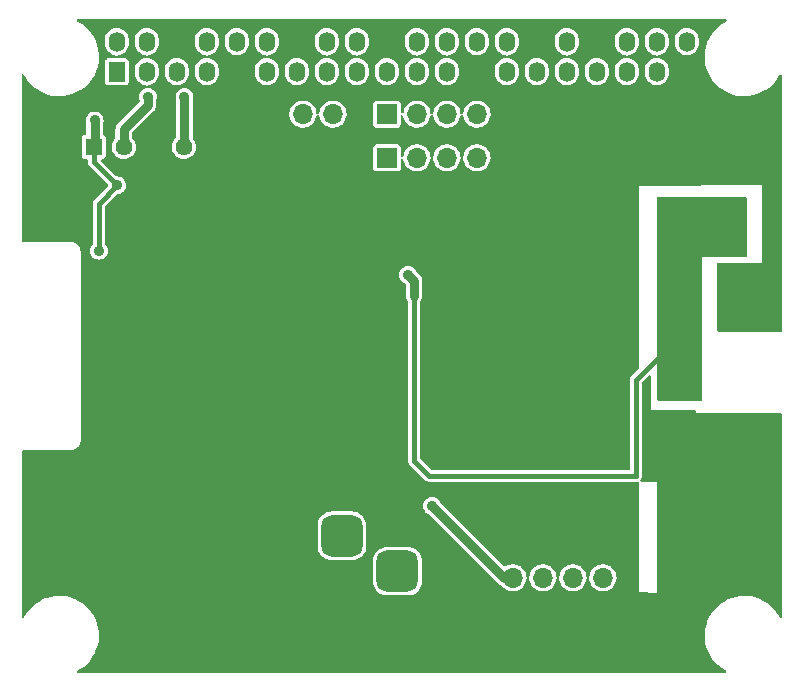
<source format=gbl>
G04 #@! TF.GenerationSoftware,KiCad,Pcbnew,(6.0.1)*
G04 #@! TF.CreationDate,2023-02-19T12:06:20-06:00*
G04 #@! TF.ProjectId,2019-Pi-Power,32303139-2d50-4692-9d50-6f7765722e6b,V2*
G04 #@! TF.SameCoordinates,Original*
G04 #@! TF.FileFunction,Copper,L2,Bot*
G04 #@! TF.FilePolarity,Positive*
%FSLAX46Y46*%
G04 Gerber Fmt 4.6, Leading zero omitted, Abs format (unit mm)*
G04 Created by KiCad (PCBNEW (6.0.1)) date 2023-02-19 12:06:20*
%MOMM*%
%LPD*%
G01*
G04 APERTURE LIST*
G04 Aperture macros list*
%AMRoundRect*
0 Rectangle with rounded corners*
0 $1 Rounding radius*
0 $2 $3 $4 $5 $6 $7 $8 $9 X,Y pos of 4 corners*
0 Add a 4 corners polygon primitive as box body*
4,1,4,$2,$3,$4,$5,$6,$7,$8,$9,$2,$3,0*
0 Add four circle primitives for the rounded corners*
1,1,$1+$1,$2,$3*
1,1,$1+$1,$4,$5*
1,1,$1+$1,$6,$7*
1,1,$1+$1,$8,$9*
0 Add four rect primitives between the rounded corners*
20,1,$1+$1,$2,$3,$4,$5,0*
20,1,$1+$1,$4,$5,$6,$7,0*
20,1,$1+$1,$6,$7,$8,$9,0*
20,1,$1+$1,$8,$9,$2,$3,0*%
G04 Aperture macros list end*
G04 #@! TA.AperFunction,ComponentPad*
%ADD10RoundRect,0.875000X0.875000X-0.875000X0.875000X0.875000X-0.875000X0.875000X-0.875000X-0.875000X0*%
G04 #@! TD*
G04 #@! TA.AperFunction,ComponentPad*
%ADD11R,1.700000X1.700000*%
G04 #@! TD*
G04 #@! TA.AperFunction,ComponentPad*
%ADD12O,1.700000X1.700000*%
G04 #@! TD*
G04 #@! TA.AperFunction,ComponentPad*
%ADD13R,1.440000X1.440000*%
G04 #@! TD*
G04 #@! TA.AperFunction,ComponentPad*
%ADD14C,1.440000*%
G04 #@! TD*
G04 #@! TA.AperFunction,ComponentPad*
%ADD15R,1.400000X1.700000*%
G04 #@! TD*
G04 #@! TA.AperFunction,ComponentPad*
%ADD16O,1.400000X1.700000*%
G04 #@! TD*
G04 #@! TA.AperFunction,ViaPad*
%ADD17C,0.900000*%
G04 #@! TD*
G04 #@! TA.AperFunction,ViaPad*
%ADD18C,0.500000*%
G04 #@! TD*
G04 #@! TA.AperFunction,Conductor*
%ADD19C,0.800000*%
G04 #@! TD*
G04 #@! TA.AperFunction,Conductor*
%ADD20C,0.400000*%
G04 #@! TD*
G04 APERTURE END LIST*
D10*
X227432000Y-138062000D03*
X227432000Y-144062000D03*
X232132000Y-141062000D03*
D11*
X241910000Y-144158000D03*
D12*
X241910000Y-141618000D03*
X244450000Y-144158000D03*
X244450000Y-141618000D03*
X246990000Y-144158000D03*
X246990000Y-141618000D03*
X249530000Y-144158000D03*
X249530000Y-141618000D03*
D11*
X231242000Y-102375000D03*
D12*
X233782000Y-102375000D03*
X236322000Y-102375000D03*
X238862000Y-102375000D03*
D11*
X231242000Y-106058000D03*
D12*
X233782000Y-106058000D03*
X236322000Y-106058000D03*
X238862000Y-106058000D03*
D11*
X224130000Y-104915000D03*
D12*
X224130000Y-102375000D03*
X226670000Y-104915000D03*
X226670000Y-102375000D03*
D11*
X260452000Y-110884000D03*
D12*
X260452000Y-113424000D03*
X260452000Y-115964000D03*
X260452000Y-118504000D03*
D13*
X206414250Y-105145000D03*
D14*
X208954250Y-105145000D03*
X211494250Y-105145000D03*
X214034250Y-105145000D03*
D15*
X208370000Y-98770000D03*
D16*
X208370000Y-96230000D03*
X210910000Y-98770000D03*
X210910000Y-96230000D03*
X213450000Y-98770000D03*
X213450000Y-96230000D03*
X215990000Y-98770000D03*
X215990000Y-96230000D03*
X218530000Y-98770000D03*
X218530000Y-96230000D03*
X221070000Y-98770000D03*
X221070000Y-96230000D03*
X223610000Y-98770000D03*
X223610000Y-96230000D03*
X226150000Y-98770000D03*
X226150000Y-96230000D03*
X228690000Y-98770000D03*
X228690000Y-96230000D03*
X231230000Y-98770000D03*
X231230000Y-96230000D03*
X233770000Y-98770000D03*
X233770000Y-96230000D03*
X236310000Y-98770000D03*
X236310000Y-96230000D03*
X238850000Y-98770000D03*
X238850000Y-96230000D03*
X241390000Y-98770000D03*
X241390000Y-96230000D03*
X243930000Y-98770000D03*
X243930000Y-96230000D03*
X246470000Y-98770000D03*
X246470000Y-96230000D03*
X249010000Y-98770000D03*
X249010000Y-96230000D03*
X251550000Y-98770000D03*
X251550000Y-96230000D03*
X254090000Y-98770000D03*
X254090000Y-96230000D03*
X256630000Y-98770000D03*
X256630000Y-96230000D03*
D17*
X208400000Y-108400000D03*
X235052000Y-135522000D03*
X206858000Y-113932000D03*
X206500000Y-102900000D03*
D18*
X210414000Y-118250000D03*
X210414000Y-119774000D03*
X210414000Y-119012000D03*
X209652000Y-118250000D03*
X209652000Y-117488000D03*
X209652000Y-119012000D03*
X209652000Y-119774000D03*
X210414000Y-121298000D03*
X209652000Y-122060000D03*
X209652000Y-120536000D03*
X209652000Y-121298000D03*
X209652000Y-122822000D03*
X210414000Y-120536000D03*
X210414000Y-122060000D03*
X210414000Y-122822000D03*
X208890000Y-118250000D03*
X208128000Y-119012000D03*
X208128000Y-117488000D03*
X208128000Y-118250000D03*
X208128000Y-119774000D03*
X208890000Y-117488000D03*
X208890000Y-119012000D03*
X208890000Y-119774000D03*
X208128000Y-122822000D03*
X208890000Y-120536000D03*
X208890000Y-122822000D03*
X208890000Y-122060000D03*
X208128000Y-121298000D03*
X208890000Y-121298000D03*
X208128000Y-120536000D03*
X208128000Y-122060000D03*
X207366000Y-122822000D03*
X207366000Y-121298000D03*
X207366000Y-119012000D03*
X207366000Y-118250000D03*
X207366000Y-119774000D03*
X207366000Y-117488000D03*
X207366000Y-122060000D03*
X207366000Y-120536000D03*
X215748000Y-120282000D03*
X214224000Y-119520000D03*
X214224000Y-121044000D03*
X213462000Y-121044000D03*
X214224000Y-120282000D03*
X213462000Y-120282000D03*
X213462000Y-119520000D03*
X214986000Y-121044000D03*
X214986000Y-119520000D03*
X214986000Y-120282000D03*
X215748000Y-119520000D03*
X215748000Y-121044000D03*
X212700000Y-120282000D03*
X212700000Y-119520000D03*
X212700000Y-121044000D03*
X243434000Y-120282000D03*
X241910000Y-119520000D03*
X241910000Y-121044000D03*
X241148000Y-121044000D03*
X241910000Y-120282000D03*
X241148000Y-120282000D03*
X241148000Y-119520000D03*
X242672000Y-121044000D03*
X242672000Y-119520000D03*
X242672000Y-120282000D03*
X243434000Y-119520000D03*
X243434000Y-121044000D03*
X240386000Y-120282000D03*
X240386000Y-119520000D03*
X240386000Y-121044000D03*
X236322000Y-122822000D03*
X235560000Y-122822000D03*
X236322000Y-122060000D03*
X236322000Y-121298000D03*
X236322000Y-119774000D03*
X237846000Y-118250000D03*
X236322000Y-120536000D03*
X235560000Y-121298000D03*
X236322000Y-117488000D03*
X236322000Y-119012000D03*
X235560000Y-119012000D03*
X236322000Y-118250000D03*
X235560000Y-118250000D03*
X235560000Y-119774000D03*
X235560000Y-117488000D03*
X235560000Y-122060000D03*
X235560000Y-120536000D03*
X237084000Y-119012000D03*
X237084000Y-117488000D03*
X237084000Y-118250000D03*
X237084000Y-119774000D03*
X237846000Y-117488000D03*
X234798000Y-121298000D03*
X234798000Y-122060000D03*
X234798000Y-122822000D03*
X237846000Y-119012000D03*
X234798000Y-118250000D03*
X234798000Y-120536000D03*
X234798000Y-117488000D03*
X234798000Y-119774000D03*
X237846000Y-119774000D03*
X234798000Y-119012000D03*
X237084000Y-122822000D03*
X237846000Y-120536000D03*
X237846000Y-122822000D03*
X237846000Y-122060000D03*
X237084000Y-121298000D03*
X237846000Y-121298000D03*
X237084000Y-120536000D03*
X237084000Y-122060000D03*
D17*
X253848000Y-130950000D03*
X229972000Y-131458000D03*
X236576000Y-113424000D03*
X228194000Y-147206000D03*
X226670000Y-147206000D03*
X229718000Y-147206000D03*
X253848000Y-129680000D03*
X229972000Y-130188000D03*
X229972000Y-128918000D03*
X229972000Y-132728000D03*
X253848000Y-132220000D03*
D18*
X210414000Y-117488000D03*
D17*
X208890000Y-112916000D03*
X225146000Y-147206000D03*
X253848000Y-128410000D03*
X211000000Y-100900000D03*
X214100000Y-100900000D03*
X254610000Y-122568000D03*
X233020000Y-115964000D03*
D19*
X206500000Y-102900000D02*
X206500000Y-105059250D01*
D20*
X206858000Y-109942000D02*
X208400000Y-108400000D01*
D19*
X206500000Y-105059250D02*
X206414250Y-105145000D01*
D20*
X206858000Y-113932000D02*
X206858000Y-109942000D01*
X206414250Y-106414250D02*
X208400000Y-108400000D01*
D19*
X241148000Y-141618000D02*
X241910000Y-141618000D01*
D20*
X206414250Y-105145000D02*
X206414250Y-106414250D01*
D19*
X235052000Y-135522000D02*
X241148000Y-141618000D01*
D20*
X210910000Y-96230000D02*
X210910000Y-96672000D01*
D19*
X211000000Y-101600000D02*
X208954250Y-103645750D01*
X211000000Y-100900000D02*
X211000000Y-101600000D01*
X208954250Y-103645750D02*
X208954250Y-105145000D01*
X214100000Y-100900000D02*
X214100000Y-105079250D01*
X214100000Y-105079250D02*
X214034250Y-105145000D01*
D20*
X233528000Y-131712000D02*
X233528000Y-117742000D01*
D19*
X233528000Y-116472000D02*
X233020000Y-115964000D01*
D20*
X234798000Y-132982000D02*
X233528000Y-131712000D01*
D19*
X233528000Y-117742000D02*
X233528000Y-116472000D01*
D20*
X252324000Y-132982000D02*
X234798000Y-132982000D01*
X254610000Y-122568000D02*
X252324000Y-124854000D01*
X252324000Y-124854000D02*
X252324000Y-132982000D01*
G04 #@! TA.AperFunction,Conductor*
G36*
X259944029Y-94320002D02*
G01*
X259990522Y-94373658D01*
X260000626Y-94443932D01*
X259971132Y-94508512D01*
X259935740Y-94536888D01*
X259749756Y-94637239D01*
X259749752Y-94637242D01*
X259746706Y-94638885D01*
X259743858Y-94640853D01*
X259743857Y-94640854D01*
X259581910Y-94752783D01*
X259443332Y-94848560D01*
X259440726Y-94850821D01*
X259440720Y-94850826D01*
X259202380Y-95057647D01*
X259164798Y-95090259D01*
X258914470Y-95361063D01*
X258912411Y-95363851D01*
X258741506Y-95595238D01*
X258695369Y-95657702D01*
X258510143Y-95976592D01*
X258508746Y-95979753D01*
X258508745Y-95979754D01*
X258450722Y-96111001D01*
X258361029Y-96313882D01*
X258359982Y-96317191D01*
X258359981Y-96317195D01*
X258253279Y-96654583D01*
X258249827Y-96665497D01*
X258177882Y-97027193D01*
X258177583Y-97030645D01*
X258148056Y-97371569D01*
X258146061Y-97394598D01*
X258146462Y-97411604D01*
X258153638Y-97716119D01*
X258154749Y-97763277D01*
X258203842Y-98128776D01*
X258292746Y-98486680D01*
X258420387Y-98832667D01*
X258585224Y-99162559D01*
X258587093Y-99165454D01*
X258587095Y-99165457D01*
X258783383Y-99469452D01*
X258783388Y-99469458D01*
X258785267Y-99472369D01*
X258787464Y-99475067D01*
X258787465Y-99475069D01*
X258866288Y-99571888D01*
X259018098Y-99758357D01*
X259020568Y-99760789D01*
X259020573Y-99760794D01*
X259278431Y-100014634D01*
X259280905Y-100017069D01*
X259283624Y-100019213D01*
X259283628Y-100019216D01*
X259420328Y-100126981D01*
X259570515Y-100245379D01*
X259883430Y-100440530D01*
X259886565Y-100442035D01*
X259886566Y-100442036D01*
X260212746Y-100598667D01*
X260212756Y-100598671D01*
X260215869Y-100600166D01*
X260563819Y-100722357D01*
X260923076Y-100805628D01*
X260926493Y-100806032D01*
X260926502Y-100806034D01*
X261286596Y-100848653D01*
X261289300Y-100848973D01*
X261292015Y-100849058D01*
X261292024Y-100849059D01*
X261317753Y-100849867D01*
X261337886Y-100850500D01*
X261592578Y-100850500D01*
X261594296Y-100850405D01*
X261594312Y-100850405D01*
X261740742Y-100842346D01*
X261868224Y-100835330D01*
X262232000Y-100774781D01*
X262586936Y-100674679D01*
X262928743Y-100536233D01*
X263112927Y-100436853D01*
X263250244Y-100362761D01*
X263250248Y-100362758D01*
X263253294Y-100361115D01*
X263340034Y-100301165D01*
X263553825Y-100153405D01*
X263553826Y-100153404D01*
X263556668Y-100151440D01*
X263559274Y-100149179D01*
X263559280Y-100149174D01*
X263826254Y-99917506D01*
X263835202Y-99909741D01*
X263952806Y-99782518D01*
X264083182Y-99641477D01*
X264085530Y-99638937D01*
X264254167Y-99410621D01*
X264302572Y-99345086D01*
X264302574Y-99345083D01*
X264304631Y-99342298D01*
X264319807Y-99316172D01*
X264465046Y-99066123D01*
X264516557Y-99017264D01*
X264586305Y-99004010D01*
X264652147Y-99030570D01*
X264693178Y-99088509D01*
X264700000Y-99129408D01*
X264700000Y-120664000D01*
X264679998Y-120732121D01*
X264626342Y-120778614D01*
X264574000Y-120790000D01*
X259308000Y-120790000D01*
X259239879Y-120769998D01*
X259193386Y-120716342D01*
X259182000Y-120664000D01*
X259182000Y-115074000D01*
X259202002Y-115005879D01*
X259255658Y-114959386D01*
X259308000Y-114948000D01*
X262992000Y-114948000D01*
X262992000Y-108344000D01*
X252578000Y-108469470D01*
X252578000Y-123838000D01*
X252573350Y-123838000D01*
X252573348Y-123875046D01*
X252541548Y-123928638D01*
X252019720Y-124450466D01*
X252010376Y-124457932D01*
X252010708Y-124458322D01*
X252003872Y-124464140D01*
X251996280Y-124468930D01*
X251990338Y-124475658D01*
X251990337Y-124475659D01*
X251961245Y-124508600D01*
X251955898Y-124514288D01*
X251944680Y-124525506D01*
X251941991Y-124529094D01*
X251941990Y-124529095D01*
X251938550Y-124533684D01*
X251932168Y-124541523D01*
X251901377Y-124576388D01*
X251897563Y-124584511D01*
X251895492Y-124587664D01*
X251887673Y-124600676D01*
X251885856Y-124603995D01*
X251880474Y-124611176D01*
X251877325Y-124619577D01*
X251877324Y-124619578D01*
X251864144Y-124654736D01*
X251860217Y-124664053D01*
X251844263Y-124698034D01*
X251844262Y-124698037D01*
X251840447Y-124706163D01*
X251839065Y-124715037D01*
X251837961Y-124718650D01*
X251834115Y-124733307D01*
X251833301Y-124737010D01*
X251830148Y-124745420D01*
X251826698Y-124791843D01*
X251825548Y-124801856D01*
X251823500Y-124815009D01*
X251823500Y-124830204D01*
X251823154Y-124839541D01*
X251819524Y-124888392D01*
X251821397Y-124897168D01*
X251822008Y-124906125D01*
X251822002Y-124906125D01*
X251823500Y-124920318D01*
X251823500Y-132355500D01*
X251803498Y-132423621D01*
X251749842Y-132470114D01*
X251697500Y-132481500D01*
X235057504Y-132481500D01*
X234989383Y-132461498D01*
X234968409Y-132444595D01*
X234065405Y-131541591D01*
X234031379Y-131479279D01*
X234028500Y-131452496D01*
X234028500Y-118287712D01*
X234048502Y-118219591D01*
X234052556Y-118214281D01*
X234052396Y-118214169D01*
X234145518Y-118081670D01*
X234145519Y-118081668D01*
X234149887Y-118075453D01*
X234211476Y-117917487D01*
X234228500Y-117788174D01*
X234228500Y-116500637D01*
X234228792Y-116492066D01*
X234232161Y-116442646D01*
X234232678Y-116435070D01*
X234231373Y-116427594D01*
X234231373Y-116427590D01*
X234221822Y-116372868D01*
X234220859Y-116366342D01*
X234214189Y-116311226D01*
X234213276Y-116303680D01*
X234210591Y-116296573D01*
X234209782Y-116293280D01*
X234205823Y-116278809D01*
X234204834Y-116275533D01*
X234203527Y-116268046D01*
X234200472Y-116261086D01*
X234178154Y-116210242D01*
X234175662Y-116204137D01*
X234171501Y-116193126D01*
X234153345Y-116145077D01*
X234149047Y-116138824D01*
X234147463Y-116135793D01*
X234140183Y-116122716D01*
X234138433Y-116119757D01*
X234135378Y-116112797D01*
X234130753Y-116106770D01*
X234130751Y-116106766D01*
X234096938Y-116062700D01*
X234093073Y-116057381D01*
X234057312Y-116005349D01*
X234011351Y-115964399D01*
X234006076Y-115959419D01*
X233730105Y-115683448D01*
X233705570Y-115648797D01*
X233703423Y-115644316D01*
X233701108Y-115637668D01*
X233611884Y-115494879D01*
X233603723Y-115486661D01*
X233498205Y-115380403D01*
X233498201Y-115380400D01*
X233493242Y-115375406D01*
X233351079Y-115285187D01*
X233192462Y-115228706D01*
X233185474Y-115227873D01*
X233185471Y-115227872D01*
X233092300Y-115216762D01*
X233025273Y-115208769D01*
X233018270Y-115209505D01*
X233018269Y-115209505D01*
X232972712Y-115214293D01*
X232857821Y-115226369D01*
X232851155Y-115228638D01*
X232851152Y-115228639D01*
X232705098Y-115278360D01*
X232705095Y-115278361D01*
X232698431Y-115280630D01*
X232692436Y-115284318D01*
X232692432Y-115284320D01*
X232561021Y-115365165D01*
X232561019Y-115365167D01*
X232555022Y-115368856D01*
X232434724Y-115486661D01*
X232343515Y-115628190D01*
X232341105Y-115634810D01*
X232341104Y-115634813D01*
X232330693Y-115663418D01*
X232285927Y-115786409D01*
X232264825Y-115953455D01*
X232265512Y-115960462D01*
X232265512Y-115960465D01*
X232265898Y-115964400D01*
X232281255Y-116121025D01*
X232334402Y-116280791D01*
X232338049Y-116286813D01*
X232338050Y-116286815D01*
X232390166Y-116372868D01*
X232421624Y-116424812D01*
X232538586Y-116545929D01*
X232679475Y-116638125D01*
X232686074Y-116640579D01*
X232691925Y-116642755D01*
X232737102Y-116671758D01*
X232790595Y-116725251D01*
X232824621Y-116787563D01*
X232827500Y-116814346D01*
X232827500Y-117784516D01*
X232842724Y-117910320D01*
X232902655Y-118068923D01*
X232996774Y-118205867D01*
X232996775Y-118205868D01*
X232998688Y-118208651D01*
X232998224Y-118208970D01*
X233026059Y-118268562D01*
X233027500Y-118287563D01*
X233027500Y-131641819D01*
X233026172Y-131653704D01*
X233026682Y-131653745D01*
X233025962Y-131662691D01*
X233023981Y-131671447D01*
X233024537Y-131680407D01*
X233027258Y-131724264D01*
X233027500Y-131732067D01*
X233027500Y-131747940D01*
X233028135Y-131752374D01*
X233028948Y-131758050D01*
X233029978Y-131768106D01*
X233032859Y-131814538D01*
X233035907Y-131822982D01*
X233036676Y-131826694D01*
X233040343Y-131841399D01*
X233041404Y-131845027D01*
X233042677Y-131853918D01*
X233061939Y-131896282D01*
X233065746Y-131905637D01*
X233078491Y-131940943D01*
X233078493Y-131940947D01*
X233081540Y-131949387D01*
X233086835Y-131956635D01*
X233088611Y-131959975D01*
X233096274Y-131973089D01*
X233098303Y-131976261D01*
X233102016Y-131984428D01*
X233107871Y-131991223D01*
X233107873Y-131991226D01*
X233132387Y-132019675D01*
X233138675Y-132027595D01*
X233146522Y-132038336D01*
X233157265Y-132049079D01*
X233163623Y-132055925D01*
X233195600Y-132093037D01*
X233203134Y-132097920D01*
X233209896Y-132103819D01*
X233209892Y-132103824D01*
X233220986Y-132112800D01*
X234394466Y-133286280D01*
X234401932Y-133295624D01*
X234402322Y-133295292D01*
X234408140Y-133302128D01*
X234412930Y-133309720D01*
X234419658Y-133315662D01*
X234419659Y-133315663D01*
X234452600Y-133344755D01*
X234458288Y-133350102D01*
X234469506Y-133361320D01*
X234473094Y-133364009D01*
X234473095Y-133364010D01*
X234477684Y-133367450D01*
X234485523Y-133373832D01*
X234520388Y-133404623D01*
X234528511Y-133408437D01*
X234531664Y-133410508D01*
X234544676Y-133418327D01*
X234547994Y-133420143D01*
X234555176Y-133425526D01*
X234598741Y-133441858D01*
X234608050Y-133445780D01*
X234650163Y-133465553D01*
X234659036Y-133466935D01*
X234662658Y-133468042D01*
X234677328Y-133471891D01*
X234681017Y-133472702D01*
X234689419Y-133475852D01*
X234698364Y-133476517D01*
X234698374Y-133476519D01*
X234735828Y-133479302D01*
X234745855Y-133480452D01*
X234759009Y-133482500D01*
X234774203Y-133482500D01*
X234783540Y-133482846D01*
X234791201Y-133483415D01*
X234832391Y-133486476D01*
X234841167Y-133484603D01*
X234850124Y-133483992D01*
X234850124Y-133483998D01*
X234864317Y-133482500D01*
X252315426Y-133482500D01*
X252316197Y-133482502D01*
X252392624Y-133482969D01*
X252401251Y-133480503D01*
X252401253Y-133480503D01*
X252417374Y-133475895D01*
X252488368Y-133476407D01*
X252547816Y-133515220D01*
X252576843Y-133580011D01*
X252578000Y-133597044D01*
X252578000Y-142867947D01*
X252591126Y-142868120D01*
X252591127Y-142868120D01*
X254083884Y-142887762D01*
X254083885Y-142887762D01*
X254102000Y-142888000D01*
X254102000Y-133490000D01*
X252823040Y-133490000D01*
X252754919Y-133469998D01*
X252708426Y-133416342D01*
X252698322Y-133346068D01*
X252717302Y-133295477D01*
X252717422Y-133295292D01*
X252718698Y-133293324D01*
X252729991Y-133278444D01*
X252740683Y-133266338D01*
X252740683Y-133266337D01*
X252746623Y-133259612D01*
X252758934Y-133233391D01*
X252767254Y-133218413D01*
X252778131Y-133201631D01*
X252778132Y-133201628D01*
X252783015Y-133194095D01*
X252790215Y-133170019D01*
X252796871Y-133152589D01*
X252807553Y-133129837D01*
X252812010Y-133101213D01*
X252815793Y-133084495D01*
X252821522Y-133065340D01*
X252821523Y-133065332D01*
X252824093Y-133056739D01*
X252824301Y-133022818D01*
X252824332Y-133022075D01*
X252824500Y-133020991D01*
X252824500Y-132990574D01*
X252824502Y-132989804D01*
X252824945Y-132917267D01*
X252824969Y-132913376D01*
X252824589Y-132912047D01*
X252824500Y-132910737D01*
X252824500Y-125113504D01*
X252844502Y-125045383D01*
X252861405Y-125024409D01*
X253378905Y-124506909D01*
X253441217Y-124472883D01*
X253512032Y-124477948D01*
X253568868Y-124520495D01*
X253593679Y-124587015D01*
X253594000Y-124596004D01*
X253594000Y-127394000D01*
X257278000Y-127394000D01*
X257346121Y-127414002D01*
X257392614Y-127467658D01*
X257404000Y-127520000D01*
X257404000Y-127648000D01*
X264574000Y-127648000D01*
X264642121Y-127668002D01*
X264688614Y-127721658D01*
X264700000Y-127774000D01*
X264700000Y-144874206D01*
X264679998Y-144942327D01*
X264626342Y-144988820D01*
X264556068Y-144998924D01*
X264491488Y-144969430D01*
X264461287Y-144930525D01*
X264414776Y-144837441D01*
X264412905Y-144834543D01*
X264216617Y-144530548D01*
X264216612Y-144530542D01*
X264214733Y-144527631D01*
X263981902Y-144241643D01*
X263979432Y-144239211D01*
X263979427Y-144239206D01*
X263721569Y-143985366D01*
X263721565Y-143985362D01*
X263719095Y-143982931D01*
X263429485Y-143754621D01*
X263116570Y-143559470D01*
X263113434Y-143557964D01*
X262787254Y-143401333D01*
X262787244Y-143401329D01*
X262784131Y-143399834D01*
X262436181Y-143277643D01*
X262076924Y-143194372D01*
X262073507Y-143193968D01*
X262073498Y-143193966D01*
X261713404Y-143151347D01*
X261713403Y-143151347D01*
X261710700Y-143151027D01*
X261707985Y-143150942D01*
X261707976Y-143150941D01*
X261682247Y-143150133D01*
X261662114Y-143149500D01*
X261407422Y-143149500D01*
X261405704Y-143149595D01*
X261405688Y-143149595D01*
X261259258Y-143157654D01*
X261131776Y-143164670D01*
X260768000Y-143225219D01*
X260413064Y-143325321D01*
X260071257Y-143463767D01*
X260068205Y-143465414D01*
X259749756Y-143637239D01*
X259749752Y-143637242D01*
X259746706Y-143638885D01*
X259743858Y-143640853D01*
X259743857Y-143640854D01*
X259581910Y-143752783D01*
X259443332Y-143848560D01*
X259440726Y-143850821D01*
X259440720Y-143850826D01*
X259187107Y-144070900D01*
X259164798Y-144090259D01*
X258914470Y-144361063D01*
X258695369Y-144657702D01*
X258510143Y-144976592D01*
X258361029Y-145313882D01*
X258359982Y-145317191D01*
X258359981Y-145317195D01*
X258296893Y-145516678D01*
X258249827Y-145665497D01*
X258177882Y-146027193D01*
X258177583Y-146030645D01*
X258159735Y-146236723D01*
X258146061Y-146394598D01*
X258154749Y-146763277D01*
X258203842Y-147128776D01*
X258292746Y-147486680D01*
X258420387Y-147832667D01*
X258585224Y-148162559D01*
X258587093Y-148165454D01*
X258587095Y-148165457D01*
X258783383Y-148469452D01*
X258783388Y-148469458D01*
X258785267Y-148472369D01*
X259018098Y-148758357D01*
X259020568Y-148760789D01*
X259020573Y-148760794D01*
X259171316Y-148909188D01*
X259280905Y-149017069D01*
X259570515Y-149245379D01*
X259883430Y-149440530D01*
X259924846Y-149460418D01*
X259977594Y-149507936D01*
X259996279Y-149576430D01*
X259974967Y-149644152D01*
X259920425Y-149689602D01*
X259870302Y-149700000D01*
X205124092Y-149700000D01*
X205055971Y-149679998D01*
X205009478Y-149626342D01*
X204999374Y-149556068D01*
X205028868Y-149491488D01*
X205064260Y-149463112D01*
X205250244Y-149362761D01*
X205250248Y-149362758D01*
X205253294Y-149361115D01*
X205361752Y-149286155D01*
X205553825Y-149153405D01*
X205553826Y-149153404D01*
X205556668Y-149151440D01*
X205559274Y-149149179D01*
X205559280Y-149149174D01*
X205832586Y-148912011D01*
X205835202Y-148909741D01*
X206085530Y-148638937D01*
X206304631Y-148342298D01*
X206489857Y-148023408D01*
X206548061Y-147891753D01*
X206637568Y-147689292D01*
X206637569Y-147689289D01*
X206638971Y-147686118D01*
X206701018Y-147489929D01*
X206749129Y-147337805D01*
X206749130Y-147337800D01*
X206750173Y-147334503D01*
X206822118Y-146972807D01*
X206822417Y-146969355D01*
X206853640Y-146608858D01*
X206853640Y-146608852D01*
X206853939Y-146605402D01*
X206845251Y-146236723D01*
X206796158Y-145871224D01*
X206707254Y-145513320D01*
X206579613Y-145167333D01*
X206414776Y-144837441D01*
X206412905Y-144834543D01*
X206216617Y-144530548D01*
X206216612Y-144530542D01*
X206214733Y-144527631D01*
X205981902Y-144241643D01*
X205979432Y-144239211D01*
X205979427Y-144239206D01*
X205721569Y-143985366D01*
X205721565Y-143985362D01*
X205719095Y-143982931D01*
X205429485Y-143754621D01*
X205116570Y-143559470D01*
X205113434Y-143557964D01*
X204787254Y-143401333D01*
X204787244Y-143401329D01*
X204784131Y-143399834D01*
X204436181Y-143277643D01*
X204076924Y-143194372D01*
X204073507Y-143193968D01*
X204073498Y-143193966D01*
X203713404Y-143151347D01*
X203713403Y-143151347D01*
X203710700Y-143151027D01*
X203707985Y-143150942D01*
X203707976Y-143150941D01*
X203682247Y-143150133D01*
X203662114Y-143149500D01*
X203407422Y-143149500D01*
X203405704Y-143149595D01*
X203405688Y-143149595D01*
X203259258Y-143157654D01*
X203131776Y-143164670D01*
X202768000Y-143225219D01*
X202413064Y-143325321D01*
X202071257Y-143463767D01*
X202068205Y-143465414D01*
X201749756Y-143637239D01*
X201749752Y-143637242D01*
X201746706Y-143638885D01*
X201743858Y-143640853D01*
X201743857Y-143640854D01*
X201581910Y-143752783D01*
X201443332Y-143848560D01*
X201440726Y-143850821D01*
X201440720Y-143850826D01*
X201187107Y-144070900D01*
X201164798Y-144090259D01*
X200914470Y-144361063D01*
X200695369Y-144657702D01*
X200693632Y-144660692D01*
X200693629Y-144660697D01*
X200534954Y-144933877D01*
X200483443Y-144982736D01*
X200413695Y-144995990D01*
X200347853Y-144969430D01*
X200306822Y-144911491D01*
X200300000Y-144870592D01*
X200300000Y-140116747D01*
X230081500Y-140116747D01*
X230081501Y-142007252D01*
X230081669Y-142009545D01*
X230081669Y-142009552D01*
X230087780Y-142093075D01*
X230088829Y-142107418D01*
X230139446Y-142317446D01*
X230227491Y-142514734D01*
X230230764Y-142519488D01*
X230230765Y-142519489D01*
X230336838Y-142673537D01*
X230350014Y-142692673D01*
X230354101Y-142696753D01*
X230354102Y-142696754D01*
X230397070Y-142739647D01*
X230502912Y-142845304D01*
X230681064Y-142967516D01*
X230831871Y-143034502D01*
X230871711Y-143052198D01*
X230878505Y-143055216D01*
X230884122Y-143056559D01*
X230884124Y-143056560D01*
X231083622Y-143104271D01*
X231083628Y-143104272D01*
X231088621Y-143105466D01*
X231126461Y-143108179D01*
X231184497Y-143112339D01*
X231184505Y-143112339D01*
X231186747Y-143112500D01*
X232123514Y-143112500D01*
X233077252Y-143112499D01*
X233079545Y-143112331D01*
X233079552Y-143112331D01*
X233172283Y-143105547D01*
X233172287Y-143105546D01*
X233177418Y-143105171D01*
X233387446Y-143054554D01*
X233584734Y-142966509D01*
X233699098Y-142887762D01*
X233757917Y-142847261D01*
X233757918Y-142847260D01*
X233762673Y-142843986D01*
X233915304Y-142691088D01*
X234037516Y-142512936D01*
X234113889Y-142340996D01*
X234122870Y-142320777D01*
X234122871Y-142320775D01*
X234125216Y-142315495D01*
X234134449Y-142276888D01*
X234174271Y-142110378D01*
X234174272Y-142110372D01*
X234175466Y-142105379D01*
X234182500Y-142007253D01*
X234182499Y-140116748D01*
X234182188Y-140112499D01*
X234175547Y-140021717D01*
X234175546Y-140021713D01*
X234175171Y-140016582D01*
X234124554Y-139806554D01*
X234036509Y-139609266D01*
X234033235Y-139604511D01*
X233917261Y-139436083D01*
X233917260Y-139436082D01*
X233913986Y-139431327D01*
X233761088Y-139278696D01*
X233582936Y-139156484D01*
X233432129Y-139089498D01*
X233390777Y-139071130D01*
X233390775Y-139071129D01*
X233385495Y-139068784D01*
X233379878Y-139067441D01*
X233379876Y-139067440D01*
X233180378Y-139019729D01*
X233180372Y-139019728D01*
X233175379Y-139018534D01*
X233137539Y-139015821D01*
X233079503Y-139011661D01*
X233079495Y-139011661D01*
X233077253Y-139011500D01*
X232140486Y-139011500D01*
X231186748Y-139011501D01*
X231184455Y-139011669D01*
X231184448Y-139011669D01*
X231091717Y-139018453D01*
X231091713Y-139018454D01*
X231086582Y-139018829D01*
X230876554Y-139069446D01*
X230679266Y-139157491D01*
X230501327Y-139280014D01*
X230497247Y-139284101D01*
X230497246Y-139284102D01*
X230465908Y-139315495D01*
X230348696Y-139432912D01*
X230226484Y-139611064D01*
X230138784Y-139808505D01*
X230137441Y-139814122D01*
X230137440Y-139814124D01*
X230089729Y-140013622D01*
X230089728Y-140013628D01*
X230088534Y-140018621D01*
X230088167Y-140023743D01*
X230081805Y-140112499D01*
X230081500Y-140116747D01*
X200300000Y-140116747D01*
X200300000Y-137116747D01*
X225381500Y-137116747D01*
X225381501Y-139007252D01*
X225381669Y-139009545D01*
X225381669Y-139009552D01*
X225386003Y-139068784D01*
X225388829Y-139107418D01*
X225439446Y-139317446D01*
X225527491Y-139514734D01*
X225530764Y-139519488D01*
X225530765Y-139519489D01*
X225592583Y-139609266D01*
X225650014Y-139692673D01*
X225802912Y-139845304D01*
X225981064Y-139967516D01*
X226096118Y-140018621D01*
X226171711Y-140052198D01*
X226178505Y-140055216D01*
X226184122Y-140056559D01*
X226184124Y-140056560D01*
X226383622Y-140104271D01*
X226383628Y-140104272D01*
X226388621Y-140105466D01*
X226426461Y-140108179D01*
X226484497Y-140112339D01*
X226484505Y-140112339D01*
X226486747Y-140112500D01*
X227423514Y-140112500D01*
X228377252Y-140112499D01*
X228379545Y-140112331D01*
X228379552Y-140112331D01*
X228472283Y-140105547D01*
X228472287Y-140105546D01*
X228477418Y-140105171D01*
X228687446Y-140054554D01*
X228884734Y-139966509D01*
X229062673Y-139843986D01*
X229094431Y-139812173D01*
X229211224Y-139695175D01*
X229215304Y-139691088D01*
X229337516Y-139512936D01*
X229425216Y-139315495D01*
X229433041Y-139282776D01*
X229474271Y-139110378D01*
X229474272Y-139110372D01*
X229475466Y-139105379D01*
X229481670Y-139018829D01*
X229482339Y-139009503D01*
X229482339Y-139009495D01*
X229482500Y-139007253D01*
X229482499Y-137116748D01*
X229475171Y-137016582D01*
X229424554Y-136806554D01*
X229336509Y-136609266D01*
X229213986Y-136431327D01*
X229061088Y-136278696D01*
X228940722Y-136196125D01*
X228887700Y-136159752D01*
X228887699Y-136159752D01*
X228882936Y-136156484D01*
X228732129Y-136089498D01*
X228690777Y-136071130D01*
X228690775Y-136071129D01*
X228685495Y-136068784D01*
X228679878Y-136067441D01*
X228679876Y-136067440D01*
X228480378Y-136019729D01*
X228480372Y-136019728D01*
X228475379Y-136018534D01*
X228437539Y-136015821D01*
X228379503Y-136011661D01*
X228379495Y-136011661D01*
X228377253Y-136011500D01*
X227440486Y-136011500D01*
X226486748Y-136011501D01*
X226484455Y-136011669D01*
X226484448Y-136011669D01*
X226391717Y-136018453D01*
X226391713Y-136018454D01*
X226386582Y-136018829D01*
X226176554Y-136069446D01*
X225979266Y-136157491D01*
X225974512Y-136160764D01*
X225974511Y-136160765D01*
X225902526Y-136210332D01*
X225801327Y-136280014D01*
X225648696Y-136432912D01*
X225526484Y-136611064D01*
X225438784Y-136808505D01*
X225437441Y-136814122D01*
X225437440Y-136814124D01*
X225389729Y-137013622D01*
X225389728Y-137013628D01*
X225388534Y-137018621D01*
X225381500Y-137116747D01*
X200300000Y-137116747D01*
X200300000Y-135511455D01*
X234296825Y-135511455D01*
X234313255Y-135679025D01*
X234366402Y-135838791D01*
X234453624Y-135982812D01*
X234458513Y-135987875D01*
X234458514Y-135987876D01*
X234489570Y-136020035D01*
X234570586Y-136103929D01*
X234576483Y-136107788D01*
X234705577Y-136192266D01*
X234705581Y-136192268D01*
X234711475Y-136196125D01*
X234718080Y-136198581D01*
X234718085Y-136198584D01*
X234723930Y-136200758D01*
X234769102Y-136229759D01*
X240632418Y-142093075D01*
X240638271Y-142099340D01*
X240675831Y-142142396D01*
X240727473Y-142178690D01*
X240732758Y-142182616D01*
X240776476Y-142216895D01*
X240776480Y-142216897D01*
X240782457Y-142221584D01*
X240789380Y-142224710D01*
X240792328Y-142226495D01*
X240805288Y-142233887D01*
X240808334Y-142235520D01*
X240814547Y-142239887D01*
X240873366Y-142262820D01*
X240879446Y-142265376D01*
X240930062Y-142288230D01*
X240930065Y-142288231D01*
X240936984Y-142291355D01*
X240944448Y-142292738D01*
X240946830Y-142293485D01*
X241005851Y-142332944D01*
X241012042Y-142340996D01*
X241028065Y-142363667D01*
X241028073Y-142363676D01*
X241031405Y-142368391D01*
X241182865Y-142515937D01*
X241187661Y-142519142D01*
X241187664Y-142519144D01*
X241330936Y-142614875D01*
X241358677Y-142633411D01*
X241363985Y-142635692D01*
X241363986Y-142635692D01*
X241547650Y-142714600D01*
X241547653Y-142714601D01*
X241552953Y-142716878D01*
X241558582Y-142718152D01*
X241558583Y-142718152D01*
X241753550Y-142762269D01*
X241753553Y-142762269D01*
X241759186Y-142763544D01*
X241764957Y-142763771D01*
X241764959Y-142763771D01*
X241826989Y-142766208D01*
X241970470Y-142771846D01*
X241976179Y-142771018D01*
X241976183Y-142771018D01*
X242174015Y-142742333D01*
X242174019Y-142742332D01*
X242179730Y-142741504D01*
X242258987Y-142714600D01*
X242374483Y-142675395D01*
X242374488Y-142675393D01*
X242379955Y-142673537D01*
X242384998Y-142670713D01*
X242559395Y-142573046D01*
X242559399Y-142573043D01*
X242564442Y-142570219D01*
X242727012Y-142435012D01*
X242862219Y-142272442D01*
X242865043Y-142267399D01*
X242865046Y-142267395D01*
X242962713Y-142092998D01*
X242962714Y-142092996D01*
X242965537Y-142087955D01*
X242967393Y-142082488D01*
X242967395Y-142082483D01*
X243031647Y-141893200D01*
X243033504Y-141887730D01*
X243046406Y-141798749D01*
X243055090Y-141738860D01*
X243084660Y-141674315D01*
X243144432Y-141636003D01*
X243215429Y-141636087D01*
X243275109Y-141674542D01*
X243304525Y-141739158D01*
X243305515Y-141748695D01*
X243308796Y-141798749D01*
X243310217Y-141804345D01*
X243310218Y-141804350D01*
X243332784Y-141893200D01*
X243360845Y-142003690D01*
X243363262Y-142008933D01*
X243422149Y-142136669D01*
X243449369Y-142195714D01*
X243571405Y-142368391D01*
X243722865Y-142515937D01*
X243727661Y-142519142D01*
X243727664Y-142519144D01*
X243870936Y-142614875D01*
X243898677Y-142633411D01*
X243903985Y-142635692D01*
X243903986Y-142635692D01*
X244087650Y-142714600D01*
X244087653Y-142714601D01*
X244092953Y-142716878D01*
X244098582Y-142718152D01*
X244098583Y-142718152D01*
X244293550Y-142762269D01*
X244293553Y-142762269D01*
X244299186Y-142763544D01*
X244304957Y-142763771D01*
X244304959Y-142763771D01*
X244366989Y-142766208D01*
X244510470Y-142771846D01*
X244516179Y-142771018D01*
X244516183Y-142771018D01*
X244714015Y-142742333D01*
X244714019Y-142742332D01*
X244719730Y-142741504D01*
X244798987Y-142714600D01*
X244914483Y-142675395D01*
X244914488Y-142675393D01*
X244919955Y-142673537D01*
X244924998Y-142670713D01*
X245099395Y-142573046D01*
X245099399Y-142573043D01*
X245104442Y-142570219D01*
X245267012Y-142435012D01*
X245402219Y-142272442D01*
X245405043Y-142267399D01*
X245405046Y-142267395D01*
X245502713Y-142092998D01*
X245502714Y-142092996D01*
X245505537Y-142087955D01*
X245507393Y-142082488D01*
X245507395Y-142082483D01*
X245571647Y-141893200D01*
X245573504Y-141887730D01*
X245586406Y-141798749D01*
X245595090Y-141738860D01*
X245624660Y-141674315D01*
X245684432Y-141636003D01*
X245755429Y-141636087D01*
X245815109Y-141674542D01*
X245844525Y-141739158D01*
X245845515Y-141748695D01*
X245848796Y-141798749D01*
X245850217Y-141804345D01*
X245850218Y-141804350D01*
X245872784Y-141893200D01*
X245900845Y-142003690D01*
X245903262Y-142008933D01*
X245962149Y-142136669D01*
X245989369Y-142195714D01*
X246111405Y-142368391D01*
X246262865Y-142515937D01*
X246267661Y-142519142D01*
X246267664Y-142519144D01*
X246410936Y-142614875D01*
X246438677Y-142633411D01*
X246443985Y-142635692D01*
X246443986Y-142635692D01*
X246627650Y-142714600D01*
X246627653Y-142714601D01*
X246632953Y-142716878D01*
X246638582Y-142718152D01*
X246638583Y-142718152D01*
X246833550Y-142762269D01*
X246833553Y-142762269D01*
X246839186Y-142763544D01*
X246844957Y-142763771D01*
X246844959Y-142763771D01*
X246906989Y-142766208D01*
X247050470Y-142771846D01*
X247056179Y-142771018D01*
X247056183Y-142771018D01*
X247254015Y-142742333D01*
X247254019Y-142742332D01*
X247259730Y-142741504D01*
X247338987Y-142714600D01*
X247454483Y-142675395D01*
X247454488Y-142675393D01*
X247459955Y-142673537D01*
X247464998Y-142670713D01*
X247639395Y-142573046D01*
X247639399Y-142573043D01*
X247644442Y-142570219D01*
X247807012Y-142435012D01*
X247942219Y-142272442D01*
X247945043Y-142267399D01*
X247945046Y-142267395D01*
X248042713Y-142092998D01*
X248042714Y-142092996D01*
X248045537Y-142087955D01*
X248047393Y-142082488D01*
X248047395Y-142082483D01*
X248111647Y-141893200D01*
X248113504Y-141887730D01*
X248126406Y-141798749D01*
X248135090Y-141738860D01*
X248164660Y-141674315D01*
X248224432Y-141636003D01*
X248295429Y-141636087D01*
X248355109Y-141674542D01*
X248384525Y-141739158D01*
X248385515Y-141748695D01*
X248388796Y-141798749D01*
X248390217Y-141804345D01*
X248390218Y-141804350D01*
X248412784Y-141893200D01*
X248440845Y-142003690D01*
X248443262Y-142008933D01*
X248502149Y-142136669D01*
X248529369Y-142195714D01*
X248651405Y-142368391D01*
X248802865Y-142515937D01*
X248807661Y-142519142D01*
X248807664Y-142519144D01*
X248950936Y-142614875D01*
X248978677Y-142633411D01*
X248983985Y-142635692D01*
X248983986Y-142635692D01*
X249167650Y-142714600D01*
X249167653Y-142714601D01*
X249172953Y-142716878D01*
X249178582Y-142718152D01*
X249178583Y-142718152D01*
X249373550Y-142762269D01*
X249373553Y-142762269D01*
X249379186Y-142763544D01*
X249384957Y-142763771D01*
X249384959Y-142763771D01*
X249446989Y-142766208D01*
X249590470Y-142771846D01*
X249596179Y-142771018D01*
X249596183Y-142771018D01*
X249794015Y-142742333D01*
X249794019Y-142742332D01*
X249799730Y-142741504D01*
X249878987Y-142714600D01*
X249994483Y-142675395D01*
X249994488Y-142675393D01*
X249999955Y-142673537D01*
X250004998Y-142670713D01*
X250179395Y-142573046D01*
X250179399Y-142573043D01*
X250184442Y-142570219D01*
X250347012Y-142435012D01*
X250482219Y-142272442D01*
X250485043Y-142267399D01*
X250485046Y-142267395D01*
X250582713Y-142092998D01*
X250582714Y-142092996D01*
X250585537Y-142087955D01*
X250587393Y-142082488D01*
X250587395Y-142082483D01*
X250651647Y-141893200D01*
X250653504Y-141887730D01*
X250667243Y-141792981D01*
X250683314Y-141682140D01*
X250683314Y-141682138D01*
X250683846Y-141678470D01*
X250685429Y-141618000D01*
X250666081Y-141407440D01*
X250608686Y-141203931D01*
X250597553Y-141181354D01*
X250517719Y-141019469D01*
X250515165Y-141014290D01*
X250388651Y-140844867D01*
X250233381Y-140701337D01*
X250169180Y-140660829D01*
X250059434Y-140591584D01*
X250059433Y-140591584D01*
X250054554Y-140588505D01*
X249858160Y-140510152D01*
X249852503Y-140509027D01*
X249852497Y-140509025D01*
X249656442Y-140470028D01*
X249656440Y-140470028D01*
X249650775Y-140468901D01*
X249645000Y-140468825D01*
X249644996Y-140468825D01*
X249538976Y-140467437D01*
X249439346Y-140466133D01*
X249433649Y-140467112D01*
X249433648Y-140467112D01*
X249236650Y-140500962D01*
X249236649Y-140500962D01*
X249230953Y-140501941D01*
X249032575Y-140575127D01*
X249027614Y-140578079D01*
X249027613Y-140578079D01*
X248918173Y-140643189D01*
X248850856Y-140683238D01*
X248691881Y-140822655D01*
X248560976Y-140988708D01*
X248558287Y-140993819D01*
X248558285Y-140993822D01*
X248544792Y-141019469D01*
X248462523Y-141175836D01*
X248399820Y-141377773D01*
X248399141Y-141383510D01*
X248385088Y-141502239D01*
X248357217Y-141567537D01*
X248298469Y-141607401D01*
X248227494Y-141609174D01*
X248166828Y-141572295D01*
X248135730Y-141508471D01*
X248134490Y-141498958D01*
X248126610Y-141413197D01*
X248126081Y-141407440D01*
X248068686Y-141203931D01*
X248057553Y-141181354D01*
X247977719Y-141019469D01*
X247975165Y-141014290D01*
X247848651Y-140844867D01*
X247693381Y-140701337D01*
X247629180Y-140660829D01*
X247519434Y-140591584D01*
X247519433Y-140591584D01*
X247514554Y-140588505D01*
X247318160Y-140510152D01*
X247312503Y-140509027D01*
X247312497Y-140509025D01*
X247116442Y-140470028D01*
X247116440Y-140470028D01*
X247110775Y-140468901D01*
X247105000Y-140468825D01*
X247104996Y-140468825D01*
X246998976Y-140467437D01*
X246899346Y-140466133D01*
X246893649Y-140467112D01*
X246893648Y-140467112D01*
X246696650Y-140500962D01*
X246696649Y-140500962D01*
X246690953Y-140501941D01*
X246492575Y-140575127D01*
X246487614Y-140578079D01*
X246487613Y-140578079D01*
X246378173Y-140643189D01*
X246310856Y-140683238D01*
X246151881Y-140822655D01*
X246020976Y-140988708D01*
X246018287Y-140993819D01*
X246018285Y-140993822D01*
X246004792Y-141019469D01*
X245922523Y-141175836D01*
X245859820Y-141377773D01*
X245859141Y-141383510D01*
X245845088Y-141502239D01*
X245817217Y-141567537D01*
X245758469Y-141607401D01*
X245687494Y-141609174D01*
X245626828Y-141572295D01*
X245595730Y-141508471D01*
X245594490Y-141498958D01*
X245586610Y-141413197D01*
X245586081Y-141407440D01*
X245528686Y-141203931D01*
X245517553Y-141181354D01*
X245437719Y-141019469D01*
X245435165Y-141014290D01*
X245308651Y-140844867D01*
X245153381Y-140701337D01*
X245089180Y-140660829D01*
X244979434Y-140591584D01*
X244979433Y-140591584D01*
X244974554Y-140588505D01*
X244778160Y-140510152D01*
X244772503Y-140509027D01*
X244772497Y-140509025D01*
X244576442Y-140470028D01*
X244576440Y-140470028D01*
X244570775Y-140468901D01*
X244565000Y-140468825D01*
X244564996Y-140468825D01*
X244458976Y-140467437D01*
X244359346Y-140466133D01*
X244353649Y-140467112D01*
X244353648Y-140467112D01*
X244156650Y-140500962D01*
X244156649Y-140500962D01*
X244150953Y-140501941D01*
X243952575Y-140575127D01*
X243947614Y-140578079D01*
X243947613Y-140578079D01*
X243838173Y-140643189D01*
X243770856Y-140683238D01*
X243611881Y-140822655D01*
X243480976Y-140988708D01*
X243478287Y-140993819D01*
X243478285Y-140993822D01*
X243464792Y-141019469D01*
X243382523Y-141175836D01*
X243319820Y-141377773D01*
X243319141Y-141383510D01*
X243305088Y-141502239D01*
X243277217Y-141567537D01*
X243218469Y-141607401D01*
X243147494Y-141609174D01*
X243086828Y-141572295D01*
X243055730Y-141508471D01*
X243054490Y-141498958D01*
X243046610Y-141413197D01*
X243046081Y-141407440D01*
X242988686Y-141203931D01*
X242977553Y-141181354D01*
X242897719Y-141019469D01*
X242895165Y-141014290D01*
X242768651Y-140844867D01*
X242613381Y-140701337D01*
X242549180Y-140660829D01*
X242439434Y-140591584D01*
X242439433Y-140591584D01*
X242434554Y-140588505D01*
X242238160Y-140510152D01*
X242232503Y-140509027D01*
X242232497Y-140509025D01*
X242036442Y-140470028D01*
X242036440Y-140470028D01*
X242030775Y-140468901D01*
X242025000Y-140468825D01*
X242024996Y-140468825D01*
X241918976Y-140467437D01*
X241819346Y-140466133D01*
X241813649Y-140467112D01*
X241813648Y-140467112D01*
X241616650Y-140500962D01*
X241616649Y-140500962D01*
X241610953Y-140501941D01*
X241412575Y-140575127D01*
X241407614Y-140578079D01*
X241407613Y-140578079D01*
X241384913Y-140591584D01*
X241306075Y-140638488D01*
X241298173Y-140643189D01*
X241229403Y-140660829D01*
X241162013Y-140638488D01*
X241144655Y-140623999D01*
X235762105Y-135241448D01*
X235737570Y-135206797D01*
X235735423Y-135202316D01*
X235733108Y-135195668D01*
X235643884Y-135052879D01*
X235635723Y-135044661D01*
X235530205Y-134938403D01*
X235530201Y-134938400D01*
X235525242Y-134933406D01*
X235383079Y-134843187D01*
X235224462Y-134786706D01*
X235217474Y-134785873D01*
X235217471Y-134785872D01*
X235124300Y-134774762D01*
X235057273Y-134766769D01*
X235050270Y-134767505D01*
X235050269Y-134767505D01*
X235004712Y-134772293D01*
X234889821Y-134784369D01*
X234883155Y-134786638D01*
X234883152Y-134786639D01*
X234737098Y-134836360D01*
X234737095Y-134836361D01*
X234730431Y-134838630D01*
X234724436Y-134842318D01*
X234724432Y-134842320D01*
X234593021Y-134923165D01*
X234593019Y-134923167D01*
X234587022Y-134926856D01*
X234466724Y-135044661D01*
X234375515Y-135186190D01*
X234373105Y-135192810D01*
X234373104Y-135192813D01*
X234362693Y-135221418D01*
X234317927Y-135344409D01*
X234296825Y-135511455D01*
X200300000Y-135511455D01*
X200300000Y-131037270D01*
X200301914Y-131015391D01*
X200302714Y-131010854D01*
X200304628Y-130999999D01*
X200302910Y-130990255D01*
X200304260Y-130973072D01*
X200306653Y-130957948D01*
X200318809Y-130920493D01*
X200329075Y-130900320D01*
X200352197Y-130868450D01*
X200368190Y-130852429D01*
X200400019Y-130829251D01*
X200409336Y-130824489D01*
X200420182Y-130818946D01*
X200457620Y-130806725D01*
X200464441Y-130805633D01*
X200472720Y-130804309D01*
X200489909Y-130802927D01*
X200499658Y-130804629D01*
X200514686Y-130801952D01*
X200536772Y-130800001D01*
X202509320Y-130800000D01*
X204462730Y-130800000D01*
X204484609Y-130801914D01*
X204500001Y-130804628D01*
X204509727Y-130802913D01*
X204511748Y-130802714D01*
X204512528Y-130802714D01*
X204514510Y-130802442D01*
X204656828Y-130788425D01*
X204807628Y-130742680D01*
X204813083Y-130739764D01*
X204813086Y-130739763D01*
X204941148Y-130671312D01*
X204941149Y-130671312D01*
X204946607Y-130668394D01*
X205068422Y-130568422D01*
X205168394Y-130446607D01*
X205242680Y-130307628D01*
X205288425Y-130156828D01*
X205297118Y-130068565D01*
X205298185Y-130062287D01*
X205299385Y-130059280D01*
X205300000Y-130053007D01*
X205300000Y-130045491D01*
X205300607Y-130033138D01*
X205302441Y-130014521D01*
X205302714Y-130012532D01*
X205302714Y-130011748D01*
X205302913Y-130009727D01*
X205304628Y-130000001D01*
X205301914Y-129984609D01*
X205300000Y-129962730D01*
X205300000Y-114037270D01*
X205301914Y-114015391D01*
X205302714Y-114010854D01*
X205304628Y-113999999D01*
X205302913Y-113990273D01*
X205302714Y-113988252D01*
X205302714Y-113987472D01*
X205302442Y-113985490D01*
X205288425Y-113843172D01*
X205242680Y-113692372D01*
X205229864Y-113668394D01*
X205171312Y-113558852D01*
X205171312Y-113558851D01*
X205168394Y-113553393D01*
X205068422Y-113431578D01*
X204946607Y-113331606D01*
X204922419Y-113318677D01*
X204813086Y-113260237D01*
X204813083Y-113260236D01*
X204807628Y-113257320D01*
X204656828Y-113211575D01*
X204608212Y-113206787D01*
X204568565Y-113202882D01*
X204562287Y-113201815D01*
X204559280Y-113200615D01*
X204553007Y-113200000D01*
X204545491Y-113200000D01*
X204533144Y-113199393D01*
X204521129Y-113198210D01*
X204514521Y-113197559D01*
X204512532Y-113197286D01*
X204511748Y-113197286D01*
X204509727Y-113197087D01*
X204500001Y-113195372D01*
X204489146Y-113197286D01*
X204484609Y-113198086D01*
X204462730Y-113200000D01*
X200537272Y-113200000D01*
X200515393Y-113198086D01*
X200510856Y-113197286D01*
X200500001Y-113195372D01*
X200490268Y-113197088D01*
X200473075Y-113195735D01*
X200457906Y-113193333D01*
X200420418Y-113181152D01*
X200400224Y-113170863D01*
X200368330Y-113147690D01*
X200352310Y-113131670D01*
X200329137Y-113099776D01*
X200318848Y-113079582D01*
X200306667Y-113042093D01*
X200304265Y-113026928D01*
X200302912Y-113009732D01*
X200304628Y-112999999D01*
X200301914Y-112984607D01*
X200300000Y-112962728D01*
X200300000Y-105909646D01*
X205393750Y-105909646D01*
X205396868Y-105935846D01*
X205400706Y-105944486D01*
X205400706Y-105944487D01*
X205420942Y-105990045D01*
X205442311Y-106038153D01*
X205450544Y-106046372D01*
X205450545Y-106046373D01*
X205465903Y-106061704D01*
X205521537Y-106117241D01*
X205532174Y-106121944D01*
X205532176Y-106121945D01*
X205581962Y-106143955D01*
X205623923Y-106162506D01*
X205649604Y-106165500D01*
X205787750Y-106165500D01*
X205855871Y-106185502D01*
X205902364Y-106239158D01*
X205913750Y-106291500D01*
X205913750Y-106344069D01*
X205912422Y-106355954D01*
X205912932Y-106355995D01*
X205912212Y-106364941D01*
X205910231Y-106373697D01*
X205910787Y-106382657D01*
X205913508Y-106426514D01*
X205913750Y-106434317D01*
X205913750Y-106450190D01*
X205914385Y-106454624D01*
X205915198Y-106460300D01*
X205916228Y-106470356D01*
X205919109Y-106516788D01*
X205922157Y-106525232D01*
X205922926Y-106528944D01*
X205926593Y-106543649D01*
X205927654Y-106547277D01*
X205928927Y-106556168D01*
X205948189Y-106598532D01*
X205951996Y-106607887D01*
X205964741Y-106643193D01*
X205964743Y-106643197D01*
X205967790Y-106651637D01*
X205973085Y-106658885D01*
X205974861Y-106662225D01*
X205982524Y-106675339D01*
X205984553Y-106678511D01*
X205988266Y-106686678D01*
X205994121Y-106693473D01*
X205994123Y-106693476D01*
X206018637Y-106721925D01*
X206024925Y-106729845D01*
X206032772Y-106740586D01*
X206043515Y-106751329D01*
X206049873Y-106758175D01*
X206081850Y-106795287D01*
X206089384Y-106800170D01*
X206096146Y-106806069D01*
X206096142Y-106806074D01*
X206107236Y-106815050D01*
X207603091Y-108310905D01*
X207637117Y-108373217D01*
X207632052Y-108444032D01*
X207603091Y-108489095D01*
X206553720Y-109538466D01*
X206544376Y-109545932D01*
X206544708Y-109546322D01*
X206537872Y-109552140D01*
X206530280Y-109556930D01*
X206524338Y-109563658D01*
X206524337Y-109563659D01*
X206495245Y-109596600D01*
X206489898Y-109602288D01*
X206478680Y-109613506D01*
X206475991Y-109617094D01*
X206475990Y-109617095D01*
X206472550Y-109621684D01*
X206466168Y-109629523D01*
X206435377Y-109664388D01*
X206431563Y-109672511D01*
X206429492Y-109675664D01*
X206421673Y-109688676D01*
X206419856Y-109691995D01*
X206414474Y-109699176D01*
X206400438Y-109736618D01*
X206398144Y-109742736D01*
X206394217Y-109752053D01*
X206378263Y-109786034D01*
X206378262Y-109786037D01*
X206374447Y-109794163D01*
X206373065Y-109803037D01*
X206371961Y-109806650D01*
X206368115Y-109821307D01*
X206367301Y-109825010D01*
X206364148Y-109833420D01*
X206360698Y-109879843D01*
X206359548Y-109889856D01*
X206357500Y-109903009D01*
X206357500Y-109918204D01*
X206357154Y-109927541D01*
X206353524Y-109976392D01*
X206355397Y-109985168D01*
X206356008Y-109994125D01*
X206356002Y-109994125D01*
X206357500Y-110008318D01*
X206357500Y-113318677D01*
X206337498Y-113386798D01*
X206319657Y-113408701D01*
X206296296Y-113431578D01*
X206272724Y-113454661D01*
X206181515Y-113596190D01*
X206179105Y-113602810D01*
X206179104Y-113602813D01*
X206178065Y-113605668D01*
X206123927Y-113754409D01*
X206102825Y-113921455D01*
X206103512Y-113928462D01*
X206103512Y-113928465D01*
X206110526Y-113999999D01*
X206119255Y-114089025D01*
X206172402Y-114248791D01*
X206176049Y-114254813D01*
X206176050Y-114254815D01*
X206216701Y-114321937D01*
X206259624Y-114392812D01*
X206264513Y-114397875D01*
X206264514Y-114397876D01*
X206304624Y-114439411D01*
X206376586Y-114513929D01*
X206382483Y-114517788D01*
X206511577Y-114602266D01*
X206511581Y-114602268D01*
X206517475Y-114606125D01*
X206675289Y-114664815D01*
X206682270Y-114665746D01*
X206682272Y-114665747D01*
X206727812Y-114671823D01*
X206842183Y-114687083D01*
X206849194Y-114686445D01*
X206849198Y-114686445D01*
X207002843Y-114672462D01*
X207009864Y-114671823D01*
X207016566Y-114669645D01*
X207016568Y-114669645D01*
X207163298Y-114621970D01*
X207163301Y-114621969D01*
X207169997Y-114619793D01*
X207314623Y-114533578D01*
X207319717Y-114528727D01*
X207319721Y-114528724D01*
X207431454Y-114422322D01*
X207431455Y-114422320D01*
X207436554Y-114417465D01*
X207452934Y-114392812D01*
X207525836Y-114283085D01*
X207529731Y-114277223D01*
X207589521Y-114119823D01*
X207607729Y-113990273D01*
X207612404Y-113957010D01*
X207612404Y-113957006D01*
X207612955Y-113953088D01*
X207613249Y-113932000D01*
X207608982Y-113893955D01*
X207595266Y-113771672D01*
X207595265Y-113771669D01*
X207594481Y-113764676D01*
X207539108Y-113605668D01*
X207449884Y-113462879D01*
X207441723Y-113454661D01*
X207395094Y-113407705D01*
X207361287Y-113345274D01*
X207358500Y-113318921D01*
X207358500Y-110201504D01*
X207378502Y-110133383D01*
X207395405Y-110112409D01*
X208317330Y-109190484D01*
X208379642Y-109156458D01*
X208395006Y-109154098D01*
X208551864Y-109139823D01*
X208558566Y-109137645D01*
X208558568Y-109137645D01*
X208705298Y-109089970D01*
X208705301Y-109089969D01*
X208711997Y-109087793D01*
X208856623Y-109001578D01*
X208861717Y-108996727D01*
X208861721Y-108996724D01*
X208973454Y-108890322D01*
X208973455Y-108890320D01*
X208978554Y-108885465D01*
X209071731Y-108745223D01*
X209131521Y-108587823D01*
X209154955Y-108421088D01*
X209155249Y-108400000D01*
X209136481Y-108232676D01*
X209081108Y-108073668D01*
X208991884Y-107930879D01*
X208986920Y-107925880D01*
X208878205Y-107816403D01*
X208878201Y-107816400D01*
X208873242Y-107811406D01*
X208731079Y-107721187D01*
X208572462Y-107664706D01*
X208565474Y-107663873D01*
X208565471Y-107663872D01*
X208446589Y-107649696D01*
X208405273Y-107644769D01*
X208402910Y-107645017D01*
X208336699Y-107625074D01*
X208316462Y-107608648D01*
X207660460Y-106952646D01*
X230091500Y-106952646D01*
X230094618Y-106978846D01*
X230140061Y-107081153D01*
X230148294Y-107089372D01*
X230148295Y-107089373D01*
X230174363Y-107115395D01*
X230219287Y-107160241D01*
X230229924Y-107164944D01*
X230229926Y-107164945D01*
X230267382Y-107181504D01*
X230321673Y-107205506D01*
X230347354Y-107208500D01*
X232136646Y-107208500D01*
X232140350Y-107208059D01*
X232140353Y-107208059D01*
X232147746Y-107207179D01*
X232162846Y-107205382D01*
X232265153Y-107159939D01*
X232344241Y-107080713D01*
X232389506Y-106978327D01*
X232392500Y-106952646D01*
X232392500Y-106268673D01*
X232412502Y-106200552D01*
X232466158Y-106154059D01*
X232536432Y-106143955D01*
X232601012Y-106173449D01*
X232639396Y-106233175D01*
X232640658Y-106238784D01*
X232640796Y-106238749D01*
X232690465Y-106434317D01*
X232692845Y-106443690D01*
X232695262Y-106448933D01*
X232734016Y-106532998D01*
X232781369Y-106635714D01*
X232903405Y-106808391D01*
X232907539Y-106812418D01*
X233047727Y-106948983D01*
X233054865Y-106955937D01*
X233059661Y-106959142D01*
X233059664Y-106959144D01*
X233202936Y-107054875D01*
X233230677Y-107073411D01*
X233235985Y-107075692D01*
X233235986Y-107075692D01*
X233419650Y-107154600D01*
X233419653Y-107154601D01*
X233424953Y-107156878D01*
X233430582Y-107158152D01*
X233430583Y-107158152D01*
X233625550Y-107202269D01*
X233625553Y-107202269D01*
X233631186Y-107203544D01*
X233636957Y-107203771D01*
X233636959Y-107203771D01*
X233698989Y-107206208D01*
X233842470Y-107211846D01*
X233848179Y-107211018D01*
X233848183Y-107211018D01*
X234046015Y-107182333D01*
X234046019Y-107182332D01*
X234051730Y-107181504D01*
X234138579Y-107152023D01*
X234246483Y-107115395D01*
X234246488Y-107115393D01*
X234251955Y-107113537D01*
X234295103Y-107089373D01*
X234431395Y-107013046D01*
X234431399Y-107013043D01*
X234436442Y-107010219D01*
X234599012Y-106875012D01*
X234734219Y-106712442D01*
X234737043Y-106707399D01*
X234737046Y-106707395D01*
X234834713Y-106532998D01*
X234834714Y-106532996D01*
X234837537Y-106527955D01*
X234839393Y-106522488D01*
X234839395Y-106522483D01*
X234889900Y-106373697D01*
X234905504Y-106327730D01*
X234906874Y-106318283D01*
X234927090Y-106178860D01*
X234956660Y-106114315D01*
X235016432Y-106076003D01*
X235087429Y-106076087D01*
X235147109Y-106114542D01*
X235176525Y-106179158D01*
X235177515Y-106188695D01*
X235180796Y-106238749D01*
X235182217Y-106244345D01*
X235182218Y-106244350D01*
X235231424Y-106438095D01*
X235232845Y-106443690D01*
X235235262Y-106448933D01*
X235274016Y-106532998D01*
X235321369Y-106635714D01*
X235443405Y-106808391D01*
X235447539Y-106812418D01*
X235587727Y-106948983D01*
X235594865Y-106955937D01*
X235599661Y-106959142D01*
X235599664Y-106959144D01*
X235742936Y-107054875D01*
X235770677Y-107073411D01*
X235775985Y-107075692D01*
X235775986Y-107075692D01*
X235959650Y-107154600D01*
X235959653Y-107154601D01*
X235964953Y-107156878D01*
X235970582Y-107158152D01*
X235970583Y-107158152D01*
X236165550Y-107202269D01*
X236165553Y-107202269D01*
X236171186Y-107203544D01*
X236176957Y-107203771D01*
X236176959Y-107203771D01*
X236238989Y-107206208D01*
X236382470Y-107211846D01*
X236388179Y-107211018D01*
X236388183Y-107211018D01*
X236586015Y-107182333D01*
X236586019Y-107182332D01*
X236591730Y-107181504D01*
X236678579Y-107152023D01*
X236786483Y-107115395D01*
X236786488Y-107115393D01*
X236791955Y-107113537D01*
X236835103Y-107089373D01*
X236971395Y-107013046D01*
X236971399Y-107013043D01*
X236976442Y-107010219D01*
X237139012Y-106875012D01*
X237274219Y-106712442D01*
X237277043Y-106707399D01*
X237277046Y-106707395D01*
X237374713Y-106532998D01*
X237374714Y-106532996D01*
X237377537Y-106527955D01*
X237379393Y-106522488D01*
X237379395Y-106522483D01*
X237429900Y-106373697D01*
X237445504Y-106327730D01*
X237446874Y-106318283D01*
X237467090Y-106178860D01*
X237496660Y-106114315D01*
X237556432Y-106076003D01*
X237627429Y-106076087D01*
X237687109Y-106114542D01*
X237716525Y-106179158D01*
X237717515Y-106188695D01*
X237720796Y-106238749D01*
X237722217Y-106244345D01*
X237722218Y-106244350D01*
X237771424Y-106438095D01*
X237772845Y-106443690D01*
X237775262Y-106448933D01*
X237814016Y-106532998D01*
X237861369Y-106635714D01*
X237983405Y-106808391D01*
X237987539Y-106812418D01*
X238127727Y-106948983D01*
X238134865Y-106955937D01*
X238139661Y-106959142D01*
X238139664Y-106959144D01*
X238282936Y-107054875D01*
X238310677Y-107073411D01*
X238315985Y-107075692D01*
X238315986Y-107075692D01*
X238499650Y-107154600D01*
X238499653Y-107154601D01*
X238504953Y-107156878D01*
X238510582Y-107158152D01*
X238510583Y-107158152D01*
X238705550Y-107202269D01*
X238705553Y-107202269D01*
X238711186Y-107203544D01*
X238716957Y-107203771D01*
X238716959Y-107203771D01*
X238778989Y-107206208D01*
X238922470Y-107211846D01*
X238928179Y-107211018D01*
X238928183Y-107211018D01*
X239126015Y-107182333D01*
X239126019Y-107182332D01*
X239131730Y-107181504D01*
X239218579Y-107152023D01*
X239326483Y-107115395D01*
X239326488Y-107115393D01*
X239331955Y-107113537D01*
X239375103Y-107089373D01*
X239511395Y-107013046D01*
X239511399Y-107013043D01*
X239516442Y-107010219D01*
X239679012Y-106875012D01*
X239814219Y-106712442D01*
X239817043Y-106707399D01*
X239817046Y-106707395D01*
X239914713Y-106532998D01*
X239914714Y-106532996D01*
X239917537Y-106527955D01*
X239919393Y-106522488D01*
X239919395Y-106522483D01*
X239969900Y-106373697D01*
X239985504Y-106327730D01*
X239990758Y-106291500D01*
X240015314Y-106122140D01*
X240015314Y-106122138D01*
X240015846Y-106118470D01*
X240017429Y-106058000D01*
X239998081Y-105847440D01*
X239940686Y-105643931D01*
X239929553Y-105621354D01*
X239849719Y-105459469D01*
X239847165Y-105454290D01*
X239720651Y-105284867D01*
X239593236Y-105167086D01*
X239569622Y-105145257D01*
X239569620Y-105145255D01*
X239565381Y-105141337D01*
X239532014Y-105120284D01*
X239391434Y-105031584D01*
X239391433Y-105031584D01*
X239386554Y-105028505D01*
X239190160Y-104950152D01*
X239184503Y-104949027D01*
X239184497Y-104949025D01*
X238988442Y-104910028D01*
X238988440Y-104910028D01*
X238982775Y-104908901D01*
X238977000Y-104908825D01*
X238976996Y-104908825D01*
X238870976Y-104907437D01*
X238771346Y-104906133D01*
X238765649Y-104907112D01*
X238765648Y-104907112D01*
X238568650Y-104940962D01*
X238568649Y-104940962D01*
X238562953Y-104941941D01*
X238364575Y-105015127D01*
X238359614Y-105018079D01*
X238359613Y-105018079D01*
X238313553Y-105045482D01*
X238182856Y-105123238D01*
X238023881Y-105262655D01*
X237892976Y-105428708D01*
X237890287Y-105433819D01*
X237890285Y-105433822D01*
X237876792Y-105459469D01*
X237794523Y-105615836D01*
X237731820Y-105817773D01*
X237731141Y-105823510D01*
X237717088Y-105942239D01*
X237689217Y-106007537D01*
X237630469Y-106047401D01*
X237559494Y-106049174D01*
X237498828Y-106012295D01*
X237467730Y-105948471D01*
X237466490Y-105938958D01*
X237466157Y-105935327D01*
X237458081Y-105847440D01*
X237400686Y-105643931D01*
X237389553Y-105621354D01*
X237309719Y-105459469D01*
X237307165Y-105454290D01*
X237180651Y-105284867D01*
X237053236Y-105167086D01*
X237029622Y-105145257D01*
X237029620Y-105145255D01*
X237025381Y-105141337D01*
X236992014Y-105120284D01*
X236851434Y-105031584D01*
X236851433Y-105031584D01*
X236846554Y-105028505D01*
X236650160Y-104950152D01*
X236644503Y-104949027D01*
X236644497Y-104949025D01*
X236448442Y-104910028D01*
X236448440Y-104910028D01*
X236442775Y-104908901D01*
X236437000Y-104908825D01*
X236436996Y-104908825D01*
X236330976Y-104907437D01*
X236231346Y-104906133D01*
X236225649Y-104907112D01*
X236225648Y-104907112D01*
X236028650Y-104940962D01*
X236028649Y-104940962D01*
X236022953Y-104941941D01*
X235824575Y-105015127D01*
X235819614Y-105018079D01*
X235819613Y-105018079D01*
X235773553Y-105045482D01*
X235642856Y-105123238D01*
X235483881Y-105262655D01*
X235352976Y-105428708D01*
X235350287Y-105433819D01*
X235350285Y-105433822D01*
X235336792Y-105459469D01*
X235254523Y-105615836D01*
X235191820Y-105817773D01*
X235191141Y-105823510D01*
X235177088Y-105942239D01*
X235149217Y-106007537D01*
X235090469Y-106047401D01*
X235019494Y-106049174D01*
X234958828Y-106012295D01*
X234927730Y-105948471D01*
X234926490Y-105938958D01*
X234926157Y-105935327D01*
X234918081Y-105847440D01*
X234860686Y-105643931D01*
X234849553Y-105621354D01*
X234769719Y-105459469D01*
X234767165Y-105454290D01*
X234640651Y-105284867D01*
X234513236Y-105167086D01*
X234489622Y-105145257D01*
X234489620Y-105145255D01*
X234485381Y-105141337D01*
X234452014Y-105120284D01*
X234311434Y-105031584D01*
X234311433Y-105031584D01*
X234306554Y-105028505D01*
X234110160Y-104950152D01*
X234104503Y-104949027D01*
X234104497Y-104949025D01*
X233908442Y-104910028D01*
X233908440Y-104910028D01*
X233902775Y-104908901D01*
X233897000Y-104908825D01*
X233896996Y-104908825D01*
X233790976Y-104907437D01*
X233691346Y-104906133D01*
X233685649Y-104907112D01*
X233685648Y-104907112D01*
X233488650Y-104940962D01*
X233488649Y-104940962D01*
X233482953Y-104941941D01*
X233284575Y-105015127D01*
X233279614Y-105018079D01*
X233279613Y-105018079D01*
X233233553Y-105045482D01*
X233102856Y-105123238D01*
X232943881Y-105262655D01*
X232812976Y-105428708D01*
X232810287Y-105433819D01*
X232810285Y-105433822D01*
X232796792Y-105459469D01*
X232714523Y-105615836D01*
X232651820Y-105817773D01*
X232651141Y-105823510D01*
X232643627Y-105886995D01*
X232615756Y-105952292D01*
X232557008Y-105992156D01*
X232486034Y-105993930D01*
X232425367Y-105957051D01*
X232394269Y-105893227D01*
X232392500Y-105872185D01*
X232392500Y-105163354D01*
X232389382Y-105137154D01*
X232343939Y-105034847D01*
X232335444Y-105026366D01*
X232272945Y-104963977D01*
X232264713Y-104955759D01*
X232254076Y-104951056D01*
X232254074Y-104951055D01*
X232194538Y-104924735D01*
X232162327Y-104910494D01*
X232136646Y-104907500D01*
X230347354Y-104907500D01*
X230343650Y-104907941D01*
X230343647Y-104907941D01*
X230336254Y-104908821D01*
X230321154Y-104910618D01*
X230312514Y-104914456D01*
X230312513Y-104914456D01*
X230234687Y-104949025D01*
X230218847Y-104956061D01*
X230139759Y-105035287D01*
X230094494Y-105137673D01*
X230091500Y-105163354D01*
X230091500Y-106952646D01*
X207660460Y-106952646D01*
X207088409Y-106380595D01*
X207054383Y-106318283D01*
X207059448Y-106247468D01*
X207101995Y-106190632D01*
X207168515Y-106165821D01*
X207171621Y-106165710D01*
X207175164Y-106165500D01*
X207178896Y-106165500D01*
X207182600Y-106165059D01*
X207182603Y-106165059D01*
X207189996Y-106164179D01*
X207205096Y-106162382D01*
X207240814Y-106146517D01*
X207296768Y-106121663D01*
X207307403Y-106116939D01*
X207323275Y-106101040D01*
X207378273Y-106045945D01*
X207386491Y-106037713D01*
X207397159Y-106013584D01*
X207427925Y-105943992D01*
X207431756Y-105935327D01*
X207434750Y-105909646D01*
X207434750Y-105130683D01*
X207928912Y-105130683D01*
X207945658Y-105330111D01*
X208000822Y-105522489D01*
X208003640Y-105527972D01*
X208089481Y-105695002D01*
X208089484Y-105695006D01*
X208092301Y-105700488D01*
X208216612Y-105857329D01*
X208221306Y-105861324D01*
X208333785Y-105957051D01*
X208369019Y-105987038D01*
X208374397Y-105990044D01*
X208374399Y-105990045D01*
X208440655Y-106027074D01*
X208543717Y-106084673D01*
X208734052Y-106146517D01*
X208932775Y-106170213D01*
X208938910Y-106169741D01*
X208938912Y-106169741D01*
X209126174Y-106155332D01*
X209126179Y-106155331D01*
X209132315Y-106154859D01*
X209138245Y-106153203D01*
X209138247Y-106153203D01*
X209319146Y-106102695D01*
X209319145Y-106102695D01*
X209325074Y-106101040D01*
X209330563Y-106098267D01*
X209330569Y-106098265D01*
X209455255Y-106035281D01*
X209503707Y-106010806D01*
X209525308Y-105993930D01*
X209656556Y-105891387D01*
X209661412Y-105887593D01*
X209721679Y-105817773D01*
X209788152Y-105740764D01*
X209788153Y-105740762D01*
X209792181Y-105736096D01*
X209891034Y-105562083D01*
X209954205Y-105372184D01*
X209979288Y-105173632D01*
X209979688Y-105145000D01*
X209978284Y-105130683D01*
X213008912Y-105130683D01*
X213025658Y-105330111D01*
X213080822Y-105522489D01*
X213083640Y-105527972D01*
X213169481Y-105695002D01*
X213169484Y-105695006D01*
X213172301Y-105700488D01*
X213296612Y-105857329D01*
X213301306Y-105861324D01*
X213413785Y-105957051D01*
X213449019Y-105987038D01*
X213454397Y-105990044D01*
X213454399Y-105990045D01*
X213520655Y-106027074D01*
X213623717Y-106084673D01*
X213814052Y-106146517D01*
X214012775Y-106170213D01*
X214018910Y-106169741D01*
X214018912Y-106169741D01*
X214206174Y-106155332D01*
X214206179Y-106155331D01*
X214212315Y-106154859D01*
X214218245Y-106153203D01*
X214218247Y-106153203D01*
X214399146Y-106102695D01*
X214399145Y-106102695D01*
X214405074Y-106101040D01*
X214410563Y-106098267D01*
X214410569Y-106098265D01*
X214535255Y-106035281D01*
X214583707Y-106010806D01*
X214605308Y-105993930D01*
X214736556Y-105891387D01*
X214741412Y-105887593D01*
X214801679Y-105817773D01*
X214868152Y-105740764D01*
X214868153Y-105740762D01*
X214872181Y-105736096D01*
X214971034Y-105562083D01*
X215034205Y-105372184D01*
X215059288Y-105173632D01*
X215059688Y-105145000D01*
X215040159Y-104945825D01*
X214982315Y-104754236D01*
X214888359Y-104577531D01*
X214884465Y-104572756D01*
X214884458Y-104572746D01*
X214828857Y-104504573D01*
X214801303Y-104439142D01*
X214800500Y-104424938D01*
X214800500Y-102344754D01*
X222974967Y-102344754D01*
X222988796Y-102555749D01*
X222990217Y-102561345D01*
X222990218Y-102561350D01*
X223012784Y-102650200D01*
X223040845Y-102760690D01*
X223129369Y-102952714D01*
X223251405Y-103125391D01*
X223255539Y-103129418D01*
X223395727Y-103265983D01*
X223402865Y-103272937D01*
X223407661Y-103276142D01*
X223407664Y-103276144D01*
X223549800Y-103371116D01*
X223578677Y-103390411D01*
X223583985Y-103392692D01*
X223583986Y-103392692D01*
X223767650Y-103471600D01*
X223767653Y-103471601D01*
X223772953Y-103473878D01*
X223778582Y-103475152D01*
X223778583Y-103475152D01*
X223973550Y-103519269D01*
X223973553Y-103519269D01*
X223979186Y-103520544D01*
X223984957Y-103520771D01*
X223984959Y-103520771D01*
X224046989Y-103523208D01*
X224190470Y-103528846D01*
X224196179Y-103528018D01*
X224196183Y-103528018D01*
X224394015Y-103499333D01*
X224394019Y-103499332D01*
X224399730Y-103498504D01*
X224486579Y-103469023D01*
X224594483Y-103432395D01*
X224594488Y-103432393D01*
X224599955Y-103430537D01*
X224643103Y-103406373D01*
X224779395Y-103330046D01*
X224779399Y-103330043D01*
X224784442Y-103327219D01*
X224947012Y-103192012D01*
X225082219Y-103029442D01*
X225085043Y-103024399D01*
X225085046Y-103024395D01*
X225182713Y-102849998D01*
X225182714Y-102849996D01*
X225185537Y-102844955D01*
X225187393Y-102839488D01*
X225187395Y-102839483D01*
X225251647Y-102650200D01*
X225253504Y-102644730D01*
X225265594Y-102561350D01*
X225275090Y-102495860D01*
X225304660Y-102431315D01*
X225364432Y-102393003D01*
X225435429Y-102393087D01*
X225495109Y-102431542D01*
X225524525Y-102496158D01*
X225525515Y-102505695D01*
X225528796Y-102555749D01*
X225530217Y-102561345D01*
X225530218Y-102561350D01*
X225552784Y-102650200D01*
X225580845Y-102760690D01*
X225669369Y-102952714D01*
X225791405Y-103125391D01*
X225795539Y-103129418D01*
X225935727Y-103265983D01*
X225942865Y-103272937D01*
X225947661Y-103276142D01*
X225947664Y-103276144D01*
X226089800Y-103371116D01*
X226118677Y-103390411D01*
X226123985Y-103392692D01*
X226123986Y-103392692D01*
X226307650Y-103471600D01*
X226307653Y-103471601D01*
X226312953Y-103473878D01*
X226318582Y-103475152D01*
X226318583Y-103475152D01*
X226513550Y-103519269D01*
X226513553Y-103519269D01*
X226519186Y-103520544D01*
X226524957Y-103520771D01*
X226524959Y-103520771D01*
X226586989Y-103523208D01*
X226730470Y-103528846D01*
X226736179Y-103528018D01*
X226736183Y-103528018D01*
X226934015Y-103499333D01*
X226934019Y-103499332D01*
X226939730Y-103498504D01*
X227026579Y-103469023D01*
X227134483Y-103432395D01*
X227134488Y-103432393D01*
X227139955Y-103430537D01*
X227183103Y-103406373D01*
X227319395Y-103330046D01*
X227319399Y-103330043D01*
X227324442Y-103327219D01*
X227393667Y-103269646D01*
X230091500Y-103269646D01*
X230094618Y-103295846D01*
X230140061Y-103398153D01*
X230148294Y-103406372D01*
X230148295Y-103406373D01*
X230174363Y-103432395D01*
X230219287Y-103477241D01*
X230229924Y-103481944D01*
X230229926Y-103481945D01*
X230267382Y-103498504D01*
X230321673Y-103522506D01*
X230347354Y-103525500D01*
X232136646Y-103525500D01*
X232140350Y-103525059D01*
X232140353Y-103525059D01*
X232147746Y-103524179D01*
X232162846Y-103522382D01*
X232265153Y-103476939D01*
X232282149Y-103459914D01*
X232336023Y-103405945D01*
X232344241Y-103397713D01*
X232354643Y-103374186D01*
X232375265Y-103327538D01*
X232389506Y-103295327D01*
X232392500Y-103269646D01*
X232392500Y-102585673D01*
X232412502Y-102517552D01*
X232466158Y-102471059D01*
X232536432Y-102460955D01*
X232601012Y-102490449D01*
X232639396Y-102550175D01*
X232640658Y-102555784D01*
X232640796Y-102555749D01*
X232692845Y-102760690D01*
X232781369Y-102952714D01*
X232903405Y-103125391D01*
X232907539Y-103129418D01*
X233047727Y-103265983D01*
X233054865Y-103272937D01*
X233059661Y-103276142D01*
X233059664Y-103276144D01*
X233201800Y-103371116D01*
X233230677Y-103390411D01*
X233235985Y-103392692D01*
X233235986Y-103392692D01*
X233419650Y-103471600D01*
X233419653Y-103471601D01*
X233424953Y-103473878D01*
X233430582Y-103475152D01*
X233430583Y-103475152D01*
X233625550Y-103519269D01*
X233625553Y-103519269D01*
X233631186Y-103520544D01*
X233636957Y-103520771D01*
X233636959Y-103520771D01*
X233698989Y-103523208D01*
X233842470Y-103528846D01*
X233848179Y-103528018D01*
X233848183Y-103528018D01*
X234046015Y-103499333D01*
X234046019Y-103499332D01*
X234051730Y-103498504D01*
X234138579Y-103469023D01*
X234246483Y-103432395D01*
X234246488Y-103432393D01*
X234251955Y-103430537D01*
X234295103Y-103406373D01*
X234431395Y-103330046D01*
X234431399Y-103330043D01*
X234436442Y-103327219D01*
X234599012Y-103192012D01*
X234734219Y-103029442D01*
X234737043Y-103024399D01*
X234737046Y-103024395D01*
X234834713Y-102849998D01*
X234834714Y-102849996D01*
X234837537Y-102844955D01*
X234839393Y-102839488D01*
X234839395Y-102839483D01*
X234903647Y-102650200D01*
X234905504Y-102644730D01*
X234917594Y-102561350D01*
X234927090Y-102495860D01*
X234956660Y-102431315D01*
X235016432Y-102393003D01*
X235087429Y-102393087D01*
X235147109Y-102431542D01*
X235176525Y-102496158D01*
X235177515Y-102505695D01*
X235180796Y-102555749D01*
X235182217Y-102561345D01*
X235182218Y-102561350D01*
X235204784Y-102650200D01*
X235232845Y-102760690D01*
X235321369Y-102952714D01*
X235443405Y-103125391D01*
X235447539Y-103129418D01*
X235587727Y-103265983D01*
X235594865Y-103272937D01*
X235599661Y-103276142D01*
X235599664Y-103276144D01*
X235741800Y-103371116D01*
X235770677Y-103390411D01*
X235775985Y-103392692D01*
X235775986Y-103392692D01*
X235959650Y-103471600D01*
X235959653Y-103471601D01*
X235964953Y-103473878D01*
X235970582Y-103475152D01*
X235970583Y-103475152D01*
X236165550Y-103519269D01*
X236165553Y-103519269D01*
X236171186Y-103520544D01*
X236176957Y-103520771D01*
X236176959Y-103520771D01*
X236238989Y-103523208D01*
X236382470Y-103528846D01*
X236388179Y-103528018D01*
X236388183Y-103528018D01*
X236586015Y-103499333D01*
X236586019Y-103499332D01*
X236591730Y-103498504D01*
X236678579Y-103469023D01*
X236786483Y-103432395D01*
X236786488Y-103432393D01*
X236791955Y-103430537D01*
X236835103Y-103406373D01*
X236971395Y-103330046D01*
X236971399Y-103330043D01*
X236976442Y-103327219D01*
X237139012Y-103192012D01*
X237274219Y-103029442D01*
X237277043Y-103024399D01*
X237277046Y-103024395D01*
X237374713Y-102849998D01*
X237374714Y-102849996D01*
X237377537Y-102844955D01*
X237379393Y-102839488D01*
X237379395Y-102839483D01*
X237443647Y-102650200D01*
X237445504Y-102644730D01*
X237457594Y-102561350D01*
X237467090Y-102495860D01*
X237496660Y-102431315D01*
X237556432Y-102393003D01*
X237627429Y-102393087D01*
X237687109Y-102431542D01*
X237716525Y-102496158D01*
X237717515Y-102505695D01*
X237720796Y-102555749D01*
X237722217Y-102561345D01*
X237722218Y-102561350D01*
X237744784Y-102650200D01*
X237772845Y-102760690D01*
X237861369Y-102952714D01*
X237983405Y-103125391D01*
X237987539Y-103129418D01*
X238127727Y-103265983D01*
X238134865Y-103272937D01*
X238139661Y-103276142D01*
X238139664Y-103276144D01*
X238281800Y-103371116D01*
X238310677Y-103390411D01*
X238315985Y-103392692D01*
X238315986Y-103392692D01*
X238499650Y-103471600D01*
X238499653Y-103471601D01*
X238504953Y-103473878D01*
X238510582Y-103475152D01*
X238510583Y-103475152D01*
X238705550Y-103519269D01*
X238705553Y-103519269D01*
X238711186Y-103520544D01*
X238716957Y-103520771D01*
X238716959Y-103520771D01*
X238778989Y-103523208D01*
X238922470Y-103528846D01*
X238928179Y-103528018D01*
X238928183Y-103528018D01*
X239126015Y-103499333D01*
X239126019Y-103499332D01*
X239131730Y-103498504D01*
X239218579Y-103469023D01*
X239326483Y-103432395D01*
X239326488Y-103432393D01*
X239331955Y-103430537D01*
X239375103Y-103406373D01*
X239511395Y-103330046D01*
X239511399Y-103330043D01*
X239516442Y-103327219D01*
X239679012Y-103192012D01*
X239814219Y-103029442D01*
X239817043Y-103024399D01*
X239817046Y-103024395D01*
X239914713Y-102849998D01*
X239914714Y-102849996D01*
X239917537Y-102844955D01*
X239919393Y-102839488D01*
X239919395Y-102839483D01*
X239983647Y-102650200D01*
X239985504Y-102644730D01*
X239998042Y-102558264D01*
X240015314Y-102439140D01*
X240015314Y-102439138D01*
X240015846Y-102435470D01*
X240017429Y-102375000D01*
X239998081Y-102164440D01*
X239992769Y-102145603D01*
X239980690Y-102102775D01*
X239940686Y-101960931D01*
X239929553Y-101938354D01*
X239849719Y-101776469D01*
X239847165Y-101771290D01*
X239720651Y-101601867D01*
X239593236Y-101484086D01*
X239569622Y-101462257D01*
X239569620Y-101462255D01*
X239565381Y-101458337D01*
X239532014Y-101437284D01*
X239391434Y-101348584D01*
X239391433Y-101348584D01*
X239386554Y-101345505D01*
X239190160Y-101267152D01*
X239184503Y-101266027D01*
X239184497Y-101266025D01*
X238988442Y-101227028D01*
X238988440Y-101227028D01*
X238982775Y-101225901D01*
X238977000Y-101225825D01*
X238976996Y-101225825D01*
X238870976Y-101224437D01*
X238771346Y-101223133D01*
X238765649Y-101224112D01*
X238765648Y-101224112D01*
X238568650Y-101257962D01*
X238568649Y-101257962D01*
X238562953Y-101258941D01*
X238364575Y-101332127D01*
X238359614Y-101335079D01*
X238359613Y-101335079D01*
X238313553Y-101362482D01*
X238182856Y-101440238D01*
X238023881Y-101579655D01*
X237892976Y-101745708D01*
X237890287Y-101750819D01*
X237890285Y-101750822D01*
X237868213Y-101792775D01*
X237794523Y-101932836D01*
X237731820Y-102134773D01*
X237731141Y-102140510D01*
X237717088Y-102259239D01*
X237689217Y-102324537D01*
X237630469Y-102364401D01*
X237559494Y-102366174D01*
X237498828Y-102329295D01*
X237467730Y-102265471D01*
X237466490Y-102255958D01*
X237463643Y-102224966D01*
X237458081Y-102164440D01*
X237452769Y-102145603D01*
X237440690Y-102102775D01*
X237400686Y-101960931D01*
X237389553Y-101938354D01*
X237309719Y-101776469D01*
X237307165Y-101771290D01*
X237180651Y-101601867D01*
X237053236Y-101484086D01*
X237029622Y-101462257D01*
X237029620Y-101462255D01*
X237025381Y-101458337D01*
X236992014Y-101437284D01*
X236851434Y-101348584D01*
X236851433Y-101348584D01*
X236846554Y-101345505D01*
X236650160Y-101267152D01*
X236644503Y-101266027D01*
X236644497Y-101266025D01*
X236448442Y-101227028D01*
X236448440Y-101227028D01*
X236442775Y-101225901D01*
X236437000Y-101225825D01*
X236436996Y-101225825D01*
X236330976Y-101224437D01*
X236231346Y-101223133D01*
X236225649Y-101224112D01*
X236225648Y-101224112D01*
X236028650Y-101257962D01*
X236028649Y-101257962D01*
X236022953Y-101258941D01*
X235824575Y-101332127D01*
X235819614Y-101335079D01*
X235819613Y-101335079D01*
X235773553Y-101362482D01*
X235642856Y-101440238D01*
X235483881Y-101579655D01*
X235352976Y-101745708D01*
X235350287Y-101750819D01*
X235350285Y-101750822D01*
X235328213Y-101792775D01*
X235254523Y-101932836D01*
X235191820Y-102134773D01*
X235191141Y-102140510D01*
X235177088Y-102259239D01*
X235149217Y-102324537D01*
X235090469Y-102364401D01*
X235019494Y-102366174D01*
X234958828Y-102329295D01*
X234927730Y-102265471D01*
X234926490Y-102255958D01*
X234923643Y-102224966D01*
X234918081Y-102164440D01*
X234912769Y-102145603D01*
X234900690Y-102102775D01*
X234860686Y-101960931D01*
X234849553Y-101938354D01*
X234769719Y-101776469D01*
X234767165Y-101771290D01*
X234640651Y-101601867D01*
X234513236Y-101484086D01*
X234489622Y-101462257D01*
X234489620Y-101462255D01*
X234485381Y-101458337D01*
X234452014Y-101437284D01*
X234311434Y-101348584D01*
X234311433Y-101348584D01*
X234306554Y-101345505D01*
X234110160Y-101267152D01*
X234104503Y-101266027D01*
X234104497Y-101266025D01*
X233908442Y-101227028D01*
X233908440Y-101227028D01*
X233902775Y-101225901D01*
X233897000Y-101225825D01*
X233896996Y-101225825D01*
X233790976Y-101224437D01*
X233691346Y-101223133D01*
X233685649Y-101224112D01*
X233685648Y-101224112D01*
X233488650Y-101257962D01*
X233488649Y-101257962D01*
X233482953Y-101258941D01*
X233284575Y-101332127D01*
X233279614Y-101335079D01*
X233279613Y-101335079D01*
X233233553Y-101362482D01*
X233102856Y-101440238D01*
X232943881Y-101579655D01*
X232812976Y-101745708D01*
X232810287Y-101750819D01*
X232810285Y-101750822D01*
X232788213Y-101792775D01*
X232714523Y-101932836D01*
X232651820Y-102134773D01*
X232647627Y-102170197D01*
X232643627Y-102203995D01*
X232615756Y-102269292D01*
X232557008Y-102309156D01*
X232486034Y-102310930D01*
X232425367Y-102274051D01*
X232394269Y-102210227D01*
X232392500Y-102189185D01*
X232392500Y-101480354D01*
X232389382Y-101454154D01*
X232343939Y-101351847D01*
X232335444Y-101343366D01*
X232272945Y-101280977D01*
X232264713Y-101272759D01*
X232254076Y-101268056D01*
X232254074Y-101268055D01*
X232194538Y-101241735D01*
X232162327Y-101227494D01*
X232136646Y-101224500D01*
X230347354Y-101224500D01*
X230343650Y-101224941D01*
X230343647Y-101224941D01*
X230336254Y-101225821D01*
X230321154Y-101227618D01*
X230312514Y-101231456D01*
X230312513Y-101231456D01*
X230246131Y-101260942D01*
X230218847Y-101273061D01*
X230139759Y-101352287D01*
X230094494Y-101454673D01*
X230091500Y-101480354D01*
X230091500Y-103269646D01*
X227393667Y-103269646D01*
X227487012Y-103192012D01*
X227622219Y-103029442D01*
X227625043Y-103024399D01*
X227625046Y-103024395D01*
X227722713Y-102849998D01*
X227722714Y-102849996D01*
X227725537Y-102844955D01*
X227727393Y-102839488D01*
X227727395Y-102839483D01*
X227791647Y-102650200D01*
X227793504Y-102644730D01*
X227806042Y-102558264D01*
X227823314Y-102439140D01*
X227823314Y-102439138D01*
X227823846Y-102435470D01*
X227825429Y-102375000D01*
X227806081Y-102164440D01*
X227800769Y-102145603D01*
X227788690Y-102102775D01*
X227748686Y-101960931D01*
X227737553Y-101938354D01*
X227657719Y-101776469D01*
X227655165Y-101771290D01*
X227528651Y-101601867D01*
X227401236Y-101484086D01*
X227377622Y-101462257D01*
X227377620Y-101462255D01*
X227373381Y-101458337D01*
X227340014Y-101437284D01*
X227199434Y-101348584D01*
X227199433Y-101348584D01*
X227194554Y-101345505D01*
X226998160Y-101267152D01*
X226992503Y-101266027D01*
X226992497Y-101266025D01*
X226796442Y-101227028D01*
X226796440Y-101227028D01*
X226790775Y-101225901D01*
X226785000Y-101225825D01*
X226784996Y-101225825D01*
X226678976Y-101224437D01*
X226579346Y-101223133D01*
X226573649Y-101224112D01*
X226573648Y-101224112D01*
X226376650Y-101257962D01*
X226376649Y-101257962D01*
X226370953Y-101258941D01*
X226172575Y-101332127D01*
X226167614Y-101335079D01*
X226167613Y-101335079D01*
X226121553Y-101362482D01*
X225990856Y-101440238D01*
X225831881Y-101579655D01*
X225700976Y-101745708D01*
X225698287Y-101750819D01*
X225698285Y-101750822D01*
X225676213Y-101792775D01*
X225602523Y-101932836D01*
X225539820Y-102134773D01*
X225539141Y-102140510D01*
X225525088Y-102259239D01*
X225497217Y-102324537D01*
X225438469Y-102364401D01*
X225367494Y-102366174D01*
X225306828Y-102329295D01*
X225275730Y-102265471D01*
X225274490Y-102255958D01*
X225271643Y-102224966D01*
X225266081Y-102164440D01*
X225260769Y-102145603D01*
X225248690Y-102102775D01*
X225208686Y-101960931D01*
X225197553Y-101938354D01*
X225117719Y-101776469D01*
X225115165Y-101771290D01*
X224988651Y-101601867D01*
X224861236Y-101484086D01*
X224837622Y-101462257D01*
X224837620Y-101462255D01*
X224833381Y-101458337D01*
X224800014Y-101437284D01*
X224659434Y-101348584D01*
X224659433Y-101348584D01*
X224654554Y-101345505D01*
X224458160Y-101267152D01*
X224452503Y-101266027D01*
X224452497Y-101266025D01*
X224256442Y-101227028D01*
X224256440Y-101227028D01*
X224250775Y-101225901D01*
X224245000Y-101225825D01*
X224244996Y-101225825D01*
X224138976Y-101224437D01*
X224039346Y-101223133D01*
X224033649Y-101224112D01*
X224033648Y-101224112D01*
X223836650Y-101257962D01*
X223836649Y-101257962D01*
X223830953Y-101258941D01*
X223632575Y-101332127D01*
X223627614Y-101335079D01*
X223627613Y-101335079D01*
X223581553Y-101362482D01*
X223450856Y-101440238D01*
X223291881Y-101579655D01*
X223160976Y-101745708D01*
X223158287Y-101750819D01*
X223158285Y-101750822D01*
X223136213Y-101792775D01*
X223062523Y-101932836D01*
X222999820Y-102134773D01*
X222974967Y-102344754D01*
X214800500Y-102344754D01*
X214800500Y-101192612D01*
X214808712Y-101147869D01*
X214829019Y-101094410D01*
X214829019Y-101094409D01*
X214831521Y-101087823D01*
X214854955Y-100921088D01*
X214855249Y-100900000D01*
X214836481Y-100732676D01*
X214781108Y-100573668D01*
X214691884Y-100430879D01*
X214683723Y-100422661D01*
X214578205Y-100316403D01*
X214578201Y-100316400D01*
X214573242Y-100311406D01*
X214431079Y-100221187D01*
X214272462Y-100164706D01*
X214265474Y-100163873D01*
X214265471Y-100163872D01*
X214161215Y-100151440D01*
X214105273Y-100144769D01*
X214098270Y-100145505D01*
X214098269Y-100145505D01*
X214063362Y-100149174D01*
X213937821Y-100162369D01*
X213931155Y-100164638D01*
X213931152Y-100164639D01*
X213785098Y-100214360D01*
X213785095Y-100214361D01*
X213778431Y-100216630D01*
X213772436Y-100220318D01*
X213772432Y-100220320D01*
X213641021Y-100301165D01*
X213641019Y-100301167D01*
X213635022Y-100304856D01*
X213514724Y-100422661D01*
X213423515Y-100564190D01*
X213421105Y-100570810D01*
X213421104Y-100570813D01*
X213410003Y-100601312D01*
X213365927Y-100722409D01*
X213344825Y-100889455D01*
X213345512Y-100896462D01*
X213345512Y-100896465D01*
X213348311Y-100925010D01*
X213361255Y-101057025D01*
X213363479Y-101063710D01*
X213393058Y-101152629D01*
X213399500Y-101192401D01*
X213399500Y-104285482D01*
X213379498Y-104353603D01*
X213352453Y-104383678D01*
X213321589Y-104408493D01*
X213321585Y-104408497D01*
X213316789Y-104412353D01*
X213312830Y-104417071D01*
X213312829Y-104417072D01*
X213239406Y-104504573D01*
X213188147Y-104565661D01*
X213091734Y-104741037D01*
X213031220Y-104931799D01*
X213008912Y-105130683D01*
X209978284Y-105130683D01*
X209960159Y-104945825D01*
X209902315Y-104754236D01*
X209808359Y-104577531D01*
X209804459Y-104572750D01*
X209804457Y-104572746D01*
X209683107Y-104423955D01*
X209655553Y-104358524D01*
X209654750Y-104344320D01*
X209654750Y-103988096D01*
X209674752Y-103919975D01*
X209691655Y-103899001D01*
X211475067Y-102115589D01*
X211481333Y-102109735D01*
X211518671Y-102077163D01*
X211524396Y-102072169D01*
X211528761Y-102065958D01*
X211528764Y-102065955D01*
X211560705Y-102020507D01*
X211564638Y-102015212D01*
X211598893Y-101971524D01*
X211603583Y-101965543D01*
X211606711Y-101958616D01*
X211608486Y-101955685D01*
X211615903Y-101942682D01*
X211617519Y-101939668D01*
X211621887Y-101933453D01*
X211624646Y-101926377D01*
X211624648Y-101926373D01*
X211644819Y-101874636D01*
X211647375Y-101868555D01*
X211670231Y-101817935D01*
X211670231Y-101817934D01*
X211673355Y-101811016D01*
X211674739Y-101803550D01*
X211675757Y-101800301D01*
X211679877Y-101785836D01*
X211680717Y-101782563D01*
X211683476Y-101775487D01*
X211691716Y-101712894D01*
X211692748Y-101706377D01*
X211702868Y-101651775D01*
X211704252Y-101644308D01*
X211702072Y-101606491D01*
X211700709Y-101582862D01*
X211700500Y-101575609D01*
X211700500Y-101192612D01*
X211708712Y-101147869D01*
X211729019Y-101094410D01*
X211729019Y-101094409D01*
X211731521Y-101087823D01*
X211754955Y-100921088D01*
X211755249Y-100900000D01*
X211736481Y-100732676D01*
X211681108Y-100573668D01*
X211591884Y-100430879D01*
X211583723Y-100422661D01*
X211478205Y-100316403D01*
X211478201Y-100316400D01*
X211473242Y-100311406D01*
X211331079Y-100221187D01*
X211172462Y-100164706D01*
X211165472Y-100163872D01*
X211165470Y-100163872D01*
X211090309Y-100154909D01*
X211025036Y-100126981D01*
X210985224Y-100068197D01*
X210983512Y-99997221D01*
X211020445Y-99936587D01*
X211086387Y-99905213D01*
X211160097Y-99894065D01*
X211350852Y-99823881D01*
X211387154Y-99801373D01*
X211518176Y-99720137D01*
X211518180Y-99720134D01*
X211523599Y-99716774D01*
X211671280Y-99577119D01*
X211787863Y-99410621D01*
X211868586Y-99224081D01*
X211881439Y-99162559D01*
X211909162Y-99029856D01*
X211909163Y-99029851D01*
X211910151Y-99025120D01*
X211910500Y-99018461D01*
X211910500Y-98970800D01*
X212449500Y-98970800D01*
X212464880Y-99122216D01*
X212525662Y-99316172D01*
X212624203Y-99493944D01*
X212756477Y-99648271D01*
X212761514Y-99652178D01*
X212761516Y-99652180D01*
X212798563Y-99680916D01*
X212917081Y-99772848D01*
X213099455Y-99862587D01*
X213105633Y-99864196D01*
X213105635Y-99864197D01*
X213289966Y-99912212D01*
X213289969Y-99912212D01*
X213296148Y-99913822D01*
X213377328Y-99918076D01*
X213492744Y-99924125D01*
X213492748Y-99924125D01*
X213499126Y-99924459D01*
X213700097Y-99894065D01*
X213890852Y-99823881D01*
X213927154Y-99801373D01*
X214058176Y-99720137D01*
X214058180Y-99720134D01*
X214063599Y-99716774D01*
X214211280Y-99577119D01*
X214327863Y-99410621D01*
X214408586Y-99224081D01*
X214421439Y-99162559D01*
X214449162Y-99029856D01*
X214449163Y-99029851D01*
X214450151Y-99025120D01*
X214450500Y-99018461D01*
X214450500Y-98970800D01*
X214989500Y-98970800D01*
X215004880Y-99122216D01*
X215065662Y-99316172D01*
X215164203Y-99493944D01*
X215296477Y-99648271D01*
X215301514Y-99652178D01*
X215301516Y-99652180D01*
X215338563Y-99680916D01*
X215457081Y-99772848D01*
X215639455Y-99862587D01*
X215645633Y-99864196D01*
X215645635Y-99864197D01*
X215829966Y-99912212D01*
X215829969Y-99912212D01*
X215836148Y-99913822D01*
X215917328Y-99918076D01*
X216032744Y-99924125D01*
X216032748Y-99924125D01*
X216039126Y-99924459D01*
X216240097Y-99894065D01*
X216430852Y-99823881D01*
X216467154Y-99801373D01*
X216598176Y-99720137D01*
X216598180Y-99720134D01*
X216603599Y-99716774D01*
X216751280Y-99577119D01*
X216867863Y-99410621D01*
X216948586Y-99224081D01*
X216961439Y-99162559D01*
X216989162Y-99029856D01*
X216989163Y-99029851D01*
X216990151Y-99025120D01*
X216990500Y-99018461D01*
X216990500Y-98970800D01*
X220069500Y-98970800D01*
X220084880Y-99122216D01*
X220145662Y-99316172D01*
X220244203Y-99493944D01*
X220376477Y-99648271D01*
X220381514Y-99652178D01*
X220381516Y-99652180D01*
X220418563Y-99680916D01*
X220537081Y-99772848D01*
X220719455Y-99862587D01*
X220725633Y-99864196D01*
X220725635Y-99864197D01*
X220909966Y-99912212D01*
X220909969Y-99912212D01*
X220916148Y-99913822D01*
X220997328Y-99918076D01*
X221112744Y-99924125D01*
X221112748Y-99924125D01*
X221119126Y-99924459D01*
X221320097Y-99894065D01*
X221510852Y-99823881D01*
X221547154Y-99801373D01*
X221678176Y-99720137D01*
X221678180Y-99720134D01*
X221683599Y-99716774D01*
X221831280Y-99577119D01*
X221947863Y-99410621D01*
X222028586Y-99224081D01*
X222041439Y-99162559D01*
X222069162Y-99029856D01*
X222069163Y-99029851D01*
X222070151Y-99025120D01*
X222070500Y-99018461D01*
X222070500Y-98970800D01*
X222609500Y-98970800D01*
X222624880Y-99122216D01*
X222685662Y-99316172D01*
X222784203Y-99493944D01*
X222916477Y-99648271D01*
X222921514Y-99652178D01*
X222921516Y-99652180D01*
X222958563Y-99680916D01*
X223077081Y-99772848D01*
X223259455Y-99862587D01*
X223265633Y-99864196D01*
X223265635Y-99864197D01*
X223449966Y-99912212D01*
X223449969Y-99912212D01*
X223456148Y-99913822D01*
X223537328Y-99918076D01*
X223652744Y-99924125D01*
X223652748Y-99924125D01*
X223659126Y-99924459D01*
X223860097Y-99894065D01*
X224050852Y-99823881D01*
X224087154Y-99801373D01*
X224218176Y-99720137D01*
X224218180Y-99720134D01*
X224223599Y-99716774D01*
X224371280Y-99577119D01*
X224487863Y-99410621D01*
X224568586Y-99224081D01*
X224581439Y-99162559D01*
X224609162Y-99029856D01*
X224609163Y-99029851D01*
X224610151Y-99025120D01*
X224610500Y-99018461D01*
X224610500Y-98970800D01*
X225149500Y-98970800D01*
X225164880Y-99122216D01*
X225225662Y-99316172D01*
X225324203Y-99493944D01*
X225456477Y-99648271D01*
X225461514Y-99652178D01*
X225461516Y-99652180D01*
X225498563Y-99680916D01*
X225617081Y-99772848D01*
X225799455Y-99862587D01*
X225805633Y-99864196D01*
X225805635Y-99864197D01*
X225989966Y-99912212D01*
X225989969Y-99912212D01*
X225996148Y-99913822D01*
X226077328Y-99918076D01*
X226192744Y-99924125D01*
X226192748Y-99924125D01*
X226199126Y-99924459D01*
X226400097Y-99894065D01*
X226590852Y-99823881D01*
X226627154Y-99801373D01*
X226758176Y-99720137D01*
X226758180Y-99720134D01*
X226763599Y-99716774D01*
X226911280Y-99577119D01*
X227027863Y-99410621D01*
X227108586Y-99224081D01*
X227121439Y-99162559D01*
X227149162Y-99029856D01*
X227149163Y-99029851D01*
X227150151Y-99025120D01*
X227150500Y-99018461D01*
X227150500Y-98970800D01*
X227689500Y-98970800D01*
X227704880Y-99122216D01*
X227765662Y-99316172D01*
X227864203Y-99493944D01*
X227996477Y-99648271D01*
X228001514Y-99652178D01*
X228001516Y-99652180D01*
X228038563Y-99680916D01*
X228157081Y-99772848D01*
X228339455Y-99862587D01*
X228345633Y-99864196D01*
X228345635Y-99864197D01*
X228529966Y-99912212D01*
X228529969Y-99912212D01*
X228536148Y-99913822D01*
X228617328Y-99918076D01*
X228732744Y-99924125D01*
X228732748Y-99924125D01*
X228739126Y-99924459D01*
X228940097Y-99894065D01*
X229130852Y-99823881D01*
X229167154Y-99801373D01*
X229298176Y-99720137D01*
X229298180Y-99720134D01*
X229303599Y-99716774D01*
X229451280Y-99577119D01*
X229567863Y-99410621D01*
X229648586Y-99224081D01*
X229661439Y-99162559D01*
X229689162Y-99029856D01*
X229689163Y-99029851D01*
X229690151Y-99025120D01*
X229690500Y-99018461D01*
X229690500Y-98970800D01*
X230229500Y-98970800D01*
X230244880Y-99122216D01*
X230305662Y-99316172D01*
X230404203Y-99493944D01*
X230536477Y-99648271D01*
X230541514Y-99652178D01*
X230541516Y-99652180D01*
X230578563Y-99680916D01*
X230697081Y-99772848D01*
X230879455Y-99862587D01*
X230885633Y-99864196D01*
X230885635Y-99864197D01*
X231069966Y-99912212D01*
X231069969Y-99912212D01*
X231076148Y-99913822D01*
X231157328Y-99918076D01*
X231272744Y-99924125D01*
X231272748Y-99924125D01*
X231279126Y-99924459D01*
X231480097Y-99894065D01*
X231670852Y-99823881D01*
X231707154Y-99801373D01*
X231838176Y-99720137D01*
X231838180Y-99720134D01*
X231843599Y-99716774D01*
X231991280Y-99577119D01*
X232107863Y-99410621D01*
X232188586Y-99224081D01*
X232201439Y-99162559D01*
X232229162Y-99029856D01*
X232229163Y-99029851D01*
X232230151Y-99025120D01*
X232230500Y-99018461D01*
X232230500Y-98970800D01*
X232769500Y-98970800D01*
X232784880Y-99122216D01*
X232845662Y-99316172D01*
X232944203Y-99493944D01*
X233076477Y-99648271D01*
X233081514Y-99652178D01*
X233081516Y-99652180D01*
X233118563Y-99680916D01*
X233237081Y-99772848D01*
X233419455Y-99862587D01*
X233425633Y-99864196D01*
X233425635Y-99864197D01*
X233609966Y-99912212D01*
X233609969Y-99912212D01*
X233616148Y-99913822D01*
X233697328Y-99918076D01*
X233812744Y-99924125D01*
X233812748Y-99924125D01*
X233819126Y-99924459D01*
X234020097Y-99894065D01*
X234210852Y-99823881D01*
X234247154Y-99801373D01*
X234378176Y-99720137D01*
X234378180Y-99720134D01*
X234383599Y-99716774D01*
X234531280Y-99577119D01*
X234647863Y-99410621D01*
X234728586Y-99224081D01*
X234741439Y-99162559D01*
X234769162Y-99029856D01*
X234769163Y-99029851D01*
X234770151Y-99025120D01*
X234770500Y-99018461D01*
X234770500Y-98970800D01*
X235309500Y-98970800D01*
X235324880Y-99122216D01*
X235385662Y-99316172D01*
X235484203Y-99493944D01*
X235616477Y-99648271D01*
X235621514Y-99652178D01*
X235621516Y-99652180D01*
X235658563Y-99680916D01*
X235777081Y-99772848D01*
X235959455Y-99862587D01*
X235965633Y-99864196D01*
X235965635Y-99864197D01*
X236149966Y-99912212D01*
X236149969Y-99912212D01*
X236156148Y-99913822D01*
X236237328Y-99918076D01*
X236352744Y-99924125D01*
X236352748Y-99924125D01*
X236359126Y-99924459D01*
X236560097Y-99894065D01*
X236750852Y-99823881D01*
X236787154Y-99801373D01*
X236918176Y-99720137D01*
X236918180Y-99720134D01*
X236923599Y-99716774D01*
X237071280Y-99577119D01*
X237187863Y-99410621D01*
X237268586Y-99224081D01*
X237281439Y-99162559D01*
X237309162Y-99029856D01*
X237309163Y-99029851D01*
X237310151Y-99025120D01*
X237310500Y-99018461D01*
X237310500Y-98970800D01*
X240389500Y-98970800D01*
X240404880Y-99122216D01*
X240465662Y-99316172D01*
X240564203Y-99493944D01*
X240696477Y-99648271D01*
X240701514Y-99652178D01*
X240701516Y-99652180D01*
X240738563Y-99680916D01*
X240857081Y-99772848D01*
X241039455Y-99862587D01*
X241045633Y-99864196D01*
X241045635Y-99864197D01*
X241229966Y-99912212D01*
X241229969Y-99912212D01*
X241236148Y-99913822D01*
X241317328Y-99918076D01*
X241432744Y-99924125D01*
X241432748Y-99924125D01*
X241439126Y-99924459D01*
X241640097Y-99894065D01*
X241830852Y-99823881D01*
X241867154Y-99801373D01*
X241998176Y-99720137D01*
X241998180Y-99720134D01*
X242003599Y-99716774D01*
X242151280Y-99577119D01*
X242267863Y-99410621D01*
X242348586Y-99224081D01*
X242361439Y-99162559D01*
X242389162Y-99029856D01*
X242389163Y-99029851D01*
X242390151Y-99025120D01*
X242390500Y-99018461D01*
X242390500Y-98970800D01*
X242929500Y-98970800D01*
X242944880Y-99122216D01*
X243005662Y-99316172D01*
X243104203Y-99493944D01*
X243236477Y-99648271D01*
X243241514Y-99652178D01*
X243241516Y-99652180D01*
X243278563Y-99680916D01*
X243397081Y-99772848D01*
X243579455Y-99862587D01*
X243585633Y-99864196D01*
X243585635Y-99864197D01*
X243769966Y-99912212D01*
X243769969Y-99912212D01*
X243776148Y-99913822D01*
X243857328Y-99918076D01*
X243972744Y-99924125D01*
X243972748Y-99924125D01*
X243979126Y-99924459D01*
X244180097Y-99894065D01*
X244370852Y-99823881D01*
X244407154Y-99801373D01*
X244538176Y-99720137D01*
X244538180Y-99720134D01*
X244543599Y-99716774D01*
X244691280Y-99577119D01*
X244807863Y-99410621D01*
X244888586Y-99224081D01*
X244901439Y-99162559D01*
X244929162Y-99029856D01*
X244929163Y-99029851D01*
X244930151Y-99025120D01*
X244930500Y-99018461D01*
X244930500Y-98970800D01*
X245469500Y-98970800D01*
X245484880Y-99122216D01*
X245545662Y-99316172D01*
X245644203Y-99493944D01*
X245776477Y-99648271D01*
X245781514Y-99652178D01*
X245781516Y-99652180D01*
X245818563Y-99680916D01*
X245937081Y-99772848D01*
X246119455Y-99862587D01*
X246125633Y-99864196D01*
X246125635Y-99864197D01*
X246309966Y-99912212D01*
X246309969Y-99912212D01*
X246316148Y-99913822D01*
X246397328Y-99918076D01*
X246512744Y-99924125D01*
X246512748Y-99924125D01*
X246519126Y-99924459D01*
X246720097Y-99894065D01*
X246910852Y-99823881D01*
X246947154Y-99801373D01*
X247078176Y-99720137D01*
X247078180Y-99720134D01*
X247083599Y-99716774D01*
X247231280Y-99577119D01*
X247347863Y-99410621D01*
X247428586Y-99224081D01*
X247441439Y-99162559D01*
X247469162Y-99029856D01*
X247469163Y-99029851D01*
X247470151Y-99025120D01*
X247470500Y-99018461D01*
X247470500Y-98970800D01*
X248009500Y-98970800D01*
X248024880Y-99122216D01*
X248085662Y-99316172D01*
X248184203Y-99493944D01*
X248316477Y-99648271D01*
X248321514Y-99652178D01*
X248321516Y-99652180D01*
X248358563Y-99680916D01*
X248477081Y-99772848D01*
X248659455Y-99862587D01*
X248665633Y-99864196D01*
X248665635Y-99864197D01*
X248849966Y-99912212D01*
X248849969Y-99912212D01*
X248856148Y-99913822D01*
X248937328Y-99918076D01*
X249052744Y-99924125D01*
X249052748Y-99924125D01*
X249059126Y-99924459D01*
X249260097Y-99894065D01*
X249450852Y-99823881D01*
X249487154Y-99801373D01*
X249618176Y-99720137D01*
X249618180Y-99720134D01*
X249623599Y-99716774D01*
X249771280Y-99577119D01*
X249887863Y-99410621D01*
X249968586Y-99224081D01*
X249981439Y-99162559D01*
X250009162Y-99029856D01*
X250009163Y-99029851D01*
X250010151Y-99025120D01*
X250010500Y-99018461D01*
X250010500Y-98970800D01*
X250549500Y-98970800D01*
X250564880Y-99122216D01*
X250625662Y-99316172D01*
X250724203Y-99493944D01*
X250856477Y-99648271D01*
X250861514Y-99652178D01*
X250861516Y-99652180D01*
X250898563Y-99680916D01*
X251017081Y-99772848D01*
X251199455Y-99862587D01*
X251205633Y-99864196D01*
X251205635Y-99864197D01*
X251389966Y-99912212D01*
X251389969Y-99912212D01*
X251396148Y-99913822D01*
X251477328Y-99918076D01*
X251592744Y-99924125D01*
X251592748Y-99924125D01*
X251599126Y-99924459D01*
X251800097Y-99894065D01*
X251990852Y-99823881D01*
X252027154Y-99801373D01*
X252158176Y-99720137D01*
X252158180Y-99720134D01*
X252163599Y-99716774D01*
X252311280Y-99577119D01*
X252427863Y-99410621D01*
X252508586Y-99224081D01*
X252521439Y-99162559D01*
X252549162Y-99029856D01*
X252549163Y-99029851D01*
X252550151Y-99025120D01*
X252550500Y-99018461D01*
X252550500Y-98970800D01*
X253089500Y-98970800D01*
X253104880Y-99122216D01*
X253165662Y-99316172D01*
X253264203Y-99493944D01*
X253396477Y-99648271D01*
X253401514Y-99652178D01*
X253401516Y-99652180D01*
X253438563Y-99680916D01*
X253557081Y-99772848D01*
X253739455Y-99862587D01*
X253745633Y-99864196D01*
X253745635Y-99864197D01*
X253929966Y-99912212D01*
X253929969Y-99912212D01*
X253936148Y-99913822D01*
X254017328Y-99918076D01*
X254132744Y-99924125D01*
X254132748Y-99924125D01*
X254139126Y-99924459D01*
X254340097Y-99894065D01*
X254530852Y-99823881D01*
X254567154Y-99801373D01*
X254698176Y-99720137D01*
X254698180Y-99720134D01*
X254703599Y-99716774D01*
X254851280Y-99577119D01*
X254967863Y-99410621D01*
X255048586Y-99224081D01*
X255061439Y-99162559D01*
X255089162Y-99029856D01*
X255089163Y-99029851D01*
X255090151Y-99025120D01*
X255090500Y-99018461D01*
X255090500Y-98569200D01*
X255075120Y-98417784D01*
X255014338Y-98223828D01*
X254915797Y-98046056D01*
X254783523Y-97891729D01*
X254762413Y-97875354D01*
X254627958Y-97771061D01*
X254622919Y-97767152D01*
X254440545Y-97677413D01*
X254434367Y-97675804D01*
X254434365Y-97675803D01*
X254250034Y-97627788D01*
X254250031Y-97627788D01*
X254243852Y-97626178D01*
X254227287Y-97625310D01*
X254217848Y-97624815D01*
X254150868Y-97601275D01*
X254107248Y-97545259D01*
X254100836Y-97474552D01*
X254133669Y-97411604D01*
X254195323Y-97376399D01*
X254205596Y-97374406D01*
X254340097Y-97354065D01*
X254530852Y-97283881D01*
X254536273Y-97280520D01*
X254698176Y-97180137D01*
X254698180Y-97180134D01*
X254703599Y-97176774D01*
X254851280Y-97037119D01*
X254967863Y-96870621D01*
X255048586Y-96684081D01*
X255071193Y-96575868D01*
X255089162Y-96489856D01*
X255089163Y-96489851D01*
X255090151Y-96485120D01*
X255090500Y-96478461D01*
X255090500Y-96430800D01*
X255629500Y-96430800D01*
X255644880Y-96582216D01*
X255705662Y-96776172D01*
X255804203Y-96953944D01*
X255936477Y-97108271D01*
X256097081Y-97232848D01*
X256279455Y-97322587D01*
X256285633Y-97324196D01*
X256285635Y-97324197D01*
X256469966Y-97372212D01*
X256469969Y-97372212D01*
X256476148Y-97373822D01*
X256557328Y-97378076D01*
X256672744Y-97384125D01*
X256672748Y-97384125D01*
X256679126Y-97384459D01*
X256880097Y-97354065D01*
X257070852Y-97283881D01*
X257076273Y-97280520D01*
X257238176Y-97180137D01*
X257238180Y-97180134D01*
X257243599Y-97176774D01*
X257391280Y-97037119D01*
X257507863Y-96870621D01*
X257588586Y-96684081D01*
X257611193Y-96575868D01*
X257629162Y-96489856D01*
X257629163Y-96489851D01*
X257630151Y-96485120D01*
X257630500Y-96478461D01*
X257630500Y-96029200D01*
X257615120Y-95877784D01*
X257554338Y-95683828D01*
X257455797Y-95506056D01*
X257323523Y-95351729D01*
X257318376Y-95347736D01*
X257185076Y-95244339D01*
X257162919Y-95227152D01*
X256980545Y-95137413D01*
X256974367Y-95135804D01*
X256974365Y-95135803D01*
X256790034Y-95087788D01*
X256790031Y-95087788D01*
X256783852Y-95086178D01*
X256702672Y-95081924D01*
X256587256Y-95075875D01*
X256587252Y-95075875D01*
X256580874Y-95075541D01*
X256379903Y-95105935D01*
X256189148Y-95176119D01*
X256183728Y-95179479D01*
X256183727Y-95179480D01*
X256021824Y-95279863D01*
X256021820Y-95279866D01*
X256016401Y-95283226D01*
X255868720Y-95422881D01*
X255752137Y-95589379D01*
X255671414Y-95775919D01*
X255670108Y-95782171D01*
X255657917Y-95840528D01*
X255629849Y-95974880D01*
X255629500Y-95981539D01*
X255629500Y-96430800D01*
X255090500Y-96430800D01*
X255090500Y-96029200D01*
X255075120Y-95877784D01*
X255014338Y-95683828D01*
X254915797Y-95506056D01*
X254783523Y-95351729D01*
X254778376Y-95347736D01*
X254645076Y-95244339D01*
X254622919Y-95227152D01*
X254440545Y-95137413D01*
X254434367Y-95135804D01*
X254434365Y-95135803D01*
X254250034Y-95087788D01*
X254250031Y-95087788D01*
X254243852Y-95086178D01*
X254162672Y-95081924D01*
X254047256Y-95075875D01*
X254047252Y-95075875D01*
X254040874Y-95075541D01*
X253839903Y-95105935D01*
X253649148Y-95176119D01*
X253643728Y-95179479D01*
X253643727Y-95179480D01*
X253481824Y-95279863D01*
X253481820Y-95279866D01*
X253476401Y-95283226D01*
X253328720Y-95422881D01*
X253212137Y-95589379D01*
X253131414Y-95775919D01*
X253130108Y-95782171D01*
X253117917Y-95840528D01*
X253089849Y-95974880D01*
X253089500Y-95981539D01*
X253089500Y-96430800D01*
X253104880Y-96582216D01*
X253165662Y-96776172D01*
X253264203Y-96953944D01*
X253396477Y-97108271D01*
X253557081Y-97232848D01*
X253739455Y-97322587D01*
X253745633Y-97324196D01*
X253745635Y-97324197D01*
X253929966Y-97372212D01*
X253929969Y-97372212D01*
X253936148Y-97373822D01*
X253952713Y-97374690D01*
X253962152Y-97375185D01*
X254029132Y-97398725D01*
X254072752Y-97454741D01*
X254079164Y-97525448D01*
X254046331Y-97588396D01*
X253984677Y-97623601D01*
X253974404Y-97625594D01*
X253839903Y-97645935D01*
X253649148Y-97716119D01*
X253643728Y-97719479D01*
X253643727Y-97719480D01*
X253481824Y-97819863D01*
X253481820Y-97819866D01*
X253476401Y-97823226D01*
X253328720Y-97962881D01*
X253212137Y-98129379D01*
X253131414Y-98315919D01*
X253130108Y-98322171D01*
X253095062Y-98489929D01*
X253089849Y-98514880D01*
X253089500Y-98521539D01*
X253089500Y-98970800D01*
X252550500Y-98970800D01*
X252550500Y-98569200D01*
X252535120Y-98417784D01*
X252474338Y-98223828D01*
X252375797Y-98046056D01*
X252243523Y-97891729D01*
X252222413Y-97875354D01*
X252087958Y-97771061D01*
X252082919Y-97767152D01*
X251900545Y-97677413D01*
X251894367Y-97675804D01*
X251894365Y-97675803D01*
X251710034Y-97627788D01*
X251710031Y-97627788D01*
X251703852Y-97626178D01*
X251687287Y-97625310D01*
X251677848Y-97624815D01*
X251610868Y-97601275D01*
X251567248Y-97545259D01*
X251560836Y-97474552D01*
X251593669Y-97411604D01*
X251655323Y-97376399D01*
X251665596Y-97374406D01*
X251800097Y-97354065D01*
X251990852Y-97283881D01*
X251996273Y-97280520D01*
X252158176Y-97180137D01*
X252158180Y-97180134D01*
X252163599Y-97176774D01*
X252311280Y-97037119D01*
X252427863Y-96870621D01*
X252508586Y-96684081D01*
X252531193Y-96575868D01*
X252549162Y-96489856D01*
X252549163Y-96489851D01*
X252550151Y-96485120D01*
X252550500Y-96478461D01*
X252550500Y-96029200D01*
X252535120Y-95877784D01*
X252474338Y-95683828D01*
X252375797Y-95506056D01*
X252243523Y-95351729D01*
X252238376Y-95347736D01*
X252105076Y-95244339D01*
X252082919Y-95227152D01*
X251900545Y-95137413D01*
X251894367Y-95135804D01*
X251894365Y-95135803D01*
X251710034Y-95087788D01*
X251710031Y-95087788D01*
X251703852Y-95086178D01*
X251622672Y-95081924D01*
X251507256Y-95075875D01*
X251507252Y-95075875D01*
X251500874Y-95075541D01*
X251299903Y-95105935D01*
X251109148Y-95176119D01*
X251103728Y-95179479D01*
X251103727Y-95179480D01*
X250941824Y-95279863D01*
X250941820Y-95279866D01*
X250936401Y-95283226D01*
X250788720Y-95422881D01*
X250672137Y-95589379D01*
X250591414Y-95775919D01*
X250590108Y-95782171D01*
X250577917Y-95840528D01*
X250549849Y-95974880D01*
X250549500Y-95981539D01*
X250549500Y-96430800D01*
X250564880Y-96582216D01*
X250625662Y-96776172D01*
X250724203Y-96953944D01*
X250856477Y-97108271D01*
X251017081Y-97232848D01*
X251199455Y-97322587D01*
X251205633Y-97324196D01*
X251205635Y-97324197D01*
X251389966Y-97372212D01*
X251389969Y-97372212D01*
X251396148Y-97373822D01*
X251412713Y-97374690D01*
X251422152Y-97375185D01*
X251489132Y-97398725D01*
X251532752Y-97454741D01*
X251539164Y-97525448D01*
X251506331Y-97588396D01*
X251444677Y-97623601D01*
X251434404Y-97625594D01*
X251299903Y-97645935D01*
X251109148Y-97716119D01*
X251103728Y-97719479D01*
X251103727Y-97719480D01*
X250941824Y-97819863D01*
X250941820Y-97819866D01*
X250936401Y-97823226D01*
X250788720Y-97962881D01*
X250672137Y-98129379D01*
X250591414Y-98315919D01*
X250590108Y-98322171D01*
X250555062Y-98489929D01*
X250549849Y-98514880D01*
X250549500Y-98521539D01*
X250549500Y-98970800D01*
X250010500Y-98970800D01*
X250010500Y-98569200D01*
X249995120Y-98417784D01*
X249934338Y-98223828D01*
X249835797Y-98046056D01*
X249703523Y-97891729D01*
X249682413Y-97875354D01*
X249547958Y-97771061D01*
X249542919Y-97767152D01*
X249360545Y-97677413D01*
X249354367Y-97675804D01*
X249354365Y-97675803D01*
X249170034Y-97627788D01*
X249170031Y-97627788D01*
X249163852Y-97626178D01*
X249082672Y-97621924D01*
X248967256Y-97615875D01*
X248967252Y-97615875D01*
X248960874Y-97615541D01*
X248759903Y-97645935D01*
X248569148Y-97716119D01*
X248563728Y-97719479D01*
X248563727Y-97719480D01*
X248401824Y-97819863D01*
X248401820Y-97819866D01*
X248396401Y-97823226D01*
X248248720Y-97962881D01*
X248132137Y-98129379D01*
X248051414Y-98315919D01*
X248050108Y-98322171D01*
X248015062Y-98489929D01*
X248009849Y-98514880D01*
X248009500Y-98521539D01*
X248009500Y-98970800D01*
X247470500Y-98970800D01*
X247470500Y-98569200D01*
X247455120Y-98417784D01*
X247394338Y-98223828D01*
X247295797Y-98046056D01*
X247163523Y-97891729D01*
X247142413Y-97875354D01*
X247007958Y-97771061D01*
X247002919Y-97767152D01*
X246820545Y-97677413D01*
X246814367Y-97675804D01*
X246814365Y-97675803D01*
X246630034Y-97627788D01*
X246630031Y-97627788D01*
X246623852Y-97626178D01*
X246607287Y-97625310D01*
X246597848Y-97624815D01*
X246530868Y-97601275D01*
X246487248Y-97545259D01*
X246480836Y-97474552D01*
X246513669Y-97411604D01*
X246575323Y-97376399D01*
X246585596Y-97374406D01*
X246720097Y-97354065D01*
X246910852Y-97283881D01*
X246916273Y-97280520D01*
X247078176Y-97180137D01*
X247078180Y-97180134D01*
X247083599Y-97176774D01*
X247231280Y-97037119D01*
X247347863Y-96870621D01*
X247428586Y-96684081D01*
X247451193Y-96575868D01*
X247469162Y-96489856D01*
X247469163Y-96489851D01*
X247470151Y-96485120D01*
X247470500Y-96478461D01*
X247470500Y-96029200D01*
X247455120Y-95877784D01*
X247394338Y-95683828D01*
X247295797Y-95506056D01*
X247163523Y-95351729D01*
X247158376Y-95347736D01*
X247025076Y-95244339D01*
X247002919Y-95227152D01*
X246820545Y-95137413D01*
X246814367Y-95135804D01*
X246814365Y-95135803D01*
X246630034Y-95087788D01*
X246630031Y-95087788D01*
X246623852Y-95086178D01*
X246542672Y-95081924D01*
X246427256Y-95075875D01*
X246427252Y-95075875D01*
X246420874Y-95075541D01*
X246219903Y-95105935D01*
X246029148Y-95176119D01*
X246023728Y-95179479D01*
X246023727Y-95179480D01*
X245861824Y-95279863D01*
X245861820Y-95279866D01*
X245856401Y-95283226D01*
X245708720Y-95422881D01*
X245592137Y-95589379D01*
X245511414Y-95775919D01*
X245510108Y-95782171D01*
X245497917Y-95840528D01*
X245469849Y-95974880D01*
X245469500Y-95981539D01*
X245469500Y-96430800D01*
X245484880Y-96582216D01*
X245545662Y-96776172D01*
X245644203Y-96953944D01*
X245776477Y-97108271D01*
X245937081Y-97232848D01*
X246119455Y-97322587D01*
X246125633Y-97324196D01*
X246125635Y-97324197D01*
X246309966Y-97372212D01*
X246309969Y-97372212D01*
X246316148Y-97373822D01*
X246332713Y-97374690D01*
X246342152Y-97375185D01*
X246409132Y-97398725D01*
X246452752Y-97454741D01*
X246459164Y-97525448D01*
X246426331Y-97588396D01*
X246364677Y-97623601D01*
X246354404Y-97625594D01*
X246219903Y-97645935D01*
X246029148Y-97716119D01*
X246023728Y-97719479D01*
X246023727Y-97719480D01*
X245861824Y-97819863D01*
X245861820Y-97819866D01*
X245856401Y-97823226D01*
X245708720Y-97962881D01*
X245592137Y-98129379D01*
X245511414Y-98315919D01*
X245510108Y-98322171D01*
X245475062Y-98489929D01*
X245469849Y-98514880D01*
X245469500Y-98521539D01*
X245469500Y-98970800D01*
X244930500Y-98970800D01*
X244930500Y-98569200D01*
X244915120Y-98417784D01*
X244854338Y-98223828D01*
X244755797Y-98046056D01*
X244623523Y-97891729D01*
X244602413Y-97875354D01*
X244467958Y-97771061D01*
X244462919Y-97767152D01*
X244280545Y-97677413D01*
X244274367Y-97675804D01*
X244274365Y-97675803D01*
X244090034Y-97627788D01*
X244090031Y-97627788D01*
X244083852Y-97626178D01*
X244002672Y-97621924D01*
X243887256Y-97615875D01*
X243887252Y-97615875D01*
X243880874Y-97615541D01*
X243679903Y-97645935D01*
X243489148Y-97716119D01*
X243483728Y-97719479D01*
X243483727Y-97719480D01*
X243321824Y-97819863D01*
X243321820Y-97819866D01*
X243316401Y-97823226D01*
X243168720Y-97962881D01*
X243052137Y-98129379D01*
X242971414Y-98315919D01*
X242970108Y-98322171D01*
X242935062Y-98489929D01*
X242929849Y-98514880D01*
X242929500Y-98521539D01*
X242929500Y-98970800D01*
X242390500Y-98970800D01*
X242390500Y-98569200D01*
X242375120Y-98417784D01*
X242314338Y-98223828D01*
X242215797Y-98046056D01*
X242083523Y-97891729D01*
X242062413Y-97875354D01*
X241927958Y-97771061D01*
X241922919Y-97767152D01*
X241740545Y-97677413D01*
X241734367Y-97675804D01*
X241734365Y-97675803D01*
X241550034Y-97627788D01*
X241550031Y-97627788D01*
X241543852Y-97626178D01*
X241527287Y-97625310D01*
X241517848Y-97624815D01*
X241450868Y-97601275D01*
X241407248Y-97545259D01*
X241400836Y-97474552D01*
X241433669Y-97411604D01*
X241495323Y-97376399D01*
X241505596Y-97374406D01*
X241640097Y-97354065D01*
X241830852Y-97283881D01*
X241836273Y-97280520D01*
X241998176Y-97180137D01*
X241998180Y-97180134D01*
X242003599Y-97176774D01*
X242151280Y-97037119D01*
X242267863Y-96870621D01*
X242348586Y-96684081D01*
X242371193Y-96575868D01*
X242389162Y-96489856D01*
X242389163Y-96489851D01*
X242390151Y-96485120D01*
X242390500Y-96478461D01*
X242390500Y-96029200D01*
X242375120Y-95877784D01*
X242314338Y-95683828D01*
X242215797Y-95506056D01*
X242083523Y-95351729D01*
X242078376Y-95347736D01*
X241945076Y-95244339D01*
X241922919Y-95227152D01*
X241740545Y-95137413D01*
X241734367Y-95135804D01*
X241734365Y-95135803D01*
X241550034Y-95087788D01*
X241550031Y-95087788D01*
X241543852Y-95086178D01*
X241462672Y-95081924D01*
X241347256Y-95075875D01*
X241347252Y-95075875D01*
X241340874Y-95075541D01*
X241139903Y-95105935D01*
X240949148Y-95176119D01*
X240943728Y-95179479D01*
X240943727Y-95179480D01*
X240781824Y-95279863D01*
X240781820Y-95279866D01*
X240776401Y-95283226D01*
X240628720Y-95422881D01*
X240512137Y-95589379D01*
X240431414Y-95775919D01*
X240430108Y-95782171D01*
X240417917Y-95840528D01*
X240389849Y-95974880D01*
X240389500Y-95981539D01*
X240389500Y-96430800D01*
X240404880Y-96582216D01*
X240465662Y-96776172D01*
X240564203Y-96953944D01*
X240696477Y-97108271D01*
X240857081Y-97232848D01*
X241039455Y-97322587D01*
X241045633Y-97324196D01*
X241045635Y-97324197D01*
X241229966Y-97372212D01*
X241229969Y-97372212D01*
X241236148Y-97373822D01*
X241252713Y-97374690D01*
X241262152Y-97375185D01*
X241329132Y-97398725D01*
X241372752Y-97454741D01*
X241379164Y-97525448D01*
X241346331Y-97588396D01*
X241284677Y-97623601D01*
X241274404Y-97625594D01*
X241139903Y-97645935D01*
X240949148Y-97716119D01*
X240943728Y-97719479D01*
X240943727Y-97719480D01*
X240781824Y-97819863D01*
X240781820Y-97819866D01*
X240776401Y-97823226D01*
X240628720Y-97962881D01*
X240512137Y-98129379D01*
X240431414Y-98315919D01*
X240430108Y-98322171D01*
X240395062Y-98489929D01*
X240389849Y-98514880D01*
X240389500Y-98521539D01*
X240389500Y-98970800D01*
X237310500Y-98970800D01*
X237310500Y-98569200D01*
X237295120Y-98417784D01*
X237234338Y-98223828D01*
X237135797Y-98046056D01*
X237003523Y-97891729D01*
X236982413Y-97875354D01*
X236847958Y-97771061D01*
X236842919Y-97767152D01*
X236660545Y-97677413D01*
X236654367Y-97675804D01*
X236654365Y-97675803D01*
X236470034Y-97627788D01*
X236470031Y-97627788D01*
X236463852Y-97626178D01*
X236447287Y-97625310D01*
X236437848Y-97624815D01*
X236370868Y-97601275D01*
X236327248Y-97545259D01*
X236320836Y-97474552D01*
X236353669Y-97411604D01*
X236415323Y-97376399D01*
X236425596Y-97374406D01*
X236560097Y-97354065D01*
X236750852Y-97283881D01*
X236756273Y-97280520D01*
X236918176Y-97180137D01*
X236918180Y-97180134D01*
X236923599Y-97176774D01*
X237071280Y-97037119D01*
X237187863Y-96870621D01*
X237268586Y-96684081D01*
X237291193Y-96575868D01*
X237309162Y-96489856D01*
X237309163Y-96489851D01*
X237310151Y-96485120D01*
X237310500Y-96478461D01*
X237310500Y-96430800D01*
X237849500Y-96430800D01*
X237864880Y-96582216D01*
X237925662Y-96776172D01*
X238024203Y-96953944D01*
X238156477Y-97108271D01*
X238317081Y-97232848D01*
X238499455Y-97322587D01*
X238505633Y-97324196D01*
X238505635Y-97324197D01*
X238689966Y-97372212D01*
X238689969Y-97372212D01*
X238696148Y-97373822D01*
X238777328Y-97378076D01*
X238892744Y-97384125D01*
X238892748Y-97384125D01*
X238899126Y-97384459D01*
X239100097Y-97354065D01*
X239290852Y-97283881D01*
X239296273Y-97280520D01*
X239458176Y-97180137D01*
X239458180Y-97180134D01*
X239463599Y-97176774D01*
X239611280Y-97037119D01*
X239727863Y-96870621D01*
X239808586Y-96684081D01*
X239831193Y-96575868D01*
X239849162Y-96489856D01*
X239849163Y-96489851D01*
X239850151Y-96485120D01*
X239850500Y-96478461D01*
X239850500Y-96029200D01*
X239835120Y-95877784D01*
X239774338Y-95683828D01*
X239675797Y-95506056D01*
X239543523Y-95351729D01*
X239538376Y-95347736D01*
X239405076Y-95244339D01*
X239382919Y-95227152D01*
X239200545Y-95137413D01*
X239194367Y-95135804D01*
X239194365Y-95135803D01*
X239010034Y-95087788D01*
X239010031Y-95087788D01*
X239003852Y-95086178D01*
X238922672Y-95081924D01*
X238807256Y-95075875D01*
X238807252Y-95075875D01*
X238800874Y-95075541D01*
X238599903Y-95105935D01*
X238409148Y-95176119D01*
X238403728Y-95179479D01*
X238403727Y-95179480D01*
X238241824Y-95279863D01*
X238241820Y-95279866D01*
X238236401Y-95283226D01*
X238088720Y-95422881D01*
X237972137Y-95589379D01*
X237891414Y-95775919D01*
X237890108Y-95782171D01*
X237877917Y-95840528D01*
X237849849Y-95974880D01*
X237849500Y-95981539D01*
X237849500Y-96430800D01*
X237310500Y-96430800D01*
X237310500Y-96029200D01*
X237295120Y-95877784D01*
X237234338Y-95683828D01*
X237135797Y-95506056D01*
X237003523Y-95351729D01*
X236998376Y-95347736D01*
X236865076Y-95244339D01*
X236842919Y-95227152D01*
X236660545Y-95137413D01*
X236654367Y-95135804D01*
X236654365Y-95135803D01*
X236470034Y-95087788D01*
X236470031Y-95087788D01*
X236463852Y-95086178D01*
X236382672Y-95081924D01*
X236267256Y-95075875D01*
X236267252Y-95075875D01*
X236260874Y-95075541D01*
X236059903Y-95105935D01*
X235869148Y-95176119D01*
X235863728Y-95179479D01*
X235863727Y-95179480D01*
X235701824Y-95279863D01*
X235701820Y-95279866D01*
X235696401Y-95283226D01*
X235548720Y-95422881D01*
X235432137Y-95589379D01*
X235351414Y-95775919D01*
X235350108Y-95782171D01*
X235337917Y-95840528D01*
X235309849Y-95974880D01*
X235309500Y-95981539D01*
X235309500Y-96430800D01*
X235324880Y-96582216D01*
X235385662Y-96776172D01*
X235484203Y-96953944D01*
X235616477Y-97108271D01*
X235777081Y-97232848D01*
X235959455Y-97322587D01*
X235965633Y-97324196D01*
X235965635Y-97324197D01*
X236149966Y-97372212D01*
X236149969Y-97372212D01*
X236156148Y-97373822D01*
X236172713Y-97374690D01*
X236182152Y-97375185D01*
X236249132Y-97398725D01*
X236292752Y-97454741D01*
X236299164Y-97525448D01*
X236266331Y-97588396D01*
X236204677Y-97623601D01*
X236194404Y-97625594D01*
X236059903Y-97645935D01*
X235869148Y-97716119D01*
X235863728Y-97719479D01*
X235863727Y-97719480D01*
X235701824Y-97819863D01*
X235701820Y-97819866D01*
X235696401Y-97823226D01*
X235548720Y-97962881D01*
X235432137Y-98129379D01*
X235351414Y-98315919D01*
X235350108Y-98322171D01*
X235315062Y-98489929D01*
X235309849Y-98514880D01*
X235309500Y-98521539D01*
X235309500Y-98970800D01*
X234770500Y-98970800D01*
X234770500Y-98569200D01*
X234755120Y-98417784D01*
X234694338Y-98223828D01*
X234595797Y-98046056D01*
X234463523Y-97891729D01*
X234442413Y-97875354D01*
X234307958Y-97771061D01*
X234302919Y-97767152D01*
X234120545Y-97677413D01*
X234114367Y-97675804D01*
X234114365Y-97675803D01*
X233930034Y-97627788D01*
X233930031Y-97627788D01*
X233923852Y-97626178D01*
X233907287Y-97625310D01*
X233897848Y-97624815D01*
X233830868Y-97601275D01*
X233787248Y-97545259D01*
X233780836Y-97474552D01*
X233813669Y-97411604D01*
X233875323Y-97376399D01*
X233885596Y-97374406D01*
X234020097Y-97354065D01*
X234210852Y-97283881D01*
X234216273Y-97280520D01*
X234378176Y-97180137D01*
X234378180Y-97180134D01*
X234383599Y-97176774D01*
X234531280Y-97037119D01*
X234647863Y-96870621D01*
X234728586Y-96684081D01*
X234751193Y-96575868D01*
X234769162Y-96489856D01*
X234769163Y-96489851D01*
X234770151Y-96485120D01*
X234770500Y-96478461D01*
X234770500Y-96029200D01*
X234755120Y-95877784D01*
X234694338Y-95683828D01*
X234595797Y-95506056D01*
X234463523Y-95351729D01*
X234458376Y-95347736D01*
X234325076Y-95244339D01*
X234302919Y-95227152D01*
X234120545Y-95137413D01*
X234114367Y-95135804D01*
X234114365Y-95135803D01*
X233930034Y-95087788D01*
X233930031Y-95087788D01*
X233923852Y-95086178D01*
X233842672Y-95081924D01*
X233727256Y-95075875D01*
X233727252Y-95075875D01*
X233720874Y-95075541D01*
X233519903Y-95105935D01*
X233329148Y-95176119D01*
X233323728Y-95179479D01*
X233323727Y-95179480D01*
X233161824Y-95279863D01*
X233161820Y-95279866D01*
X233156401Y-95283226D01*
X233008720Y-95422881D01*
X232892137Y-95589379D01*
X232811414Y-95775919D01*
X232810108Y-95782171D01*
X232797917Y-95840528D01*
X232769849Y-95974880D01*
X232769500Y-95981539D01*
X232769500Y-96430800D01*
X232784880Y-96582216D01*
X232845662Y-96776172D01*
X232944203Y-96953944D01*
X233076477Y-97108271D01*
X233237081Y-97232848D01*
X233419455Y-97322587D01*
X233425633Y-97324196D01*
X233425635Y-97324197D01*
X233609966Y-97372212D01*
X233609969Y-97372212D01*
X233616148Y-97373822D01*
X233632713Y-97374690D01*
X233642152Y-97375185D01*
X233709132Y-97398725D01*
X233752752Y-97454741D01*
X233759164Y-97525448D01*
X233726331Y-97588396D01*
X233664677Y-97623601D01*
X233654404Y-97625594D01*
X233519903Y-97645935D01*
X233329148Y-97716119D01*
X233323728Y-97719479D01*
X233323727Y-97719480D01*
X233161824Y-97819863D01*
X233161820Y-97819866D01*
X233156401Y-97823226D01*
X233008720Y-97962881D01*
X232892137Y-98129379D01*
X232811414Y-98315919D01*
X232810108Y-98322171D01*
X232775062Y-98489929D01*
X232769849Y-98514880D01*
X232769500Y-98521539D01*
X232769500Y-98970800D01*
X232230500Y-98970800D01*
X232230500Y-98569200D01*
X232215120Y-98417784D01*
X232154338Y-98223828D01*
X232055797Y-98046056D01*
X231923523Y-97891729D01*
X231902413Y-97875354D01*
X231767958Y-97771061D01*
X231762919Y-97767152D01*
X231580545Y-97677413D01*
X231574367Y-97675804D01*
X231574365Y-97675803D01*
X231390034Y-97627788D01*
X231390031Y-97627788D01*
X231383852Y-97626178D01*
X231302672Y-97621924D01*
X231187256Y-97615875D01*
X231187252Y-97615875D01*
X231180874Y-97615541D01*
X230979903Y-97645935D01*
X230789148Y-97716119D01*
X230783728Y-97719479D01*
X230783727Y-97719480D01*
X230621824Y-97819863D01*
X230621820Y-97819866D01*
X230616401Y-97823226D01*
X230468720Y-97962881D01*
X230352137Y-98129379D01*
X230271414Y-98315919D01*
X230270108Y-98322171D01*
X230235062Y-98489929D01*
X230229849Y-98514880D01*
X230229500Y-98521539D01*
X230229500Y-98970800D01*
X229690500Y-98970800D01*
X229690500Y-98569200D01*
X229675120Y-98417784D01*
X229614338Y-98223828D01*
X229515797Y-98046056D01*
X229383523Y-97891729D01*
X229362413Y-97875354D01*
X229227958Y-97771061D01*
X229222919Y-97767152D01*
X229040545Y-97677413D01*
X229034367Y-97675804D01*
X229034365Y-97675803D01*
X228850034Y-97627788D01*
X228850031Y-97627788D01*
X228843852Y-97626178D01*
X228827287Y-97625310D01*
X228817848Y-97624815D01*
X228750868Y-97601275D01*
X228707248Y-97545259D01*
X228700836Y-97474552D01*
X228733669Y-97411604D01*
X228795323Y-97376399D01*
X228805596Y-97374406D01*
X228940097Y-97354065D01*
X229130852Y-97283881D01*
X229136273Y-97280520D01*
X229298176Y-97180137D01*
X229298180Y-97180134D01*
X229303599Y-97176774D01*
X229451280Y-97037119D01*
X229567863Y-96870621D01*
X229648586Y-96684081D01*
X229671193Y-96575868D01*
X229689162Y-96489856D01*
X229689163Y-96489851D01*
X229690151Y-96485120D01*
X229690500Y-96478461D01*
X229690500Y-96029200D01*
X229675120Y-95877784D01*
X229614338Y-95683828D01*
X229515797Y-95506056D01*
X229383523Y-95351729D01*
X229378376Y-95347736D01*
X229245076Y-95244339D01*
X229222919Y-95227152D01*
X229040545Y-95137413D01*
X229034367Y-95135804D01*
X229034365Y-95135803D01*
X228850034Y-95087788D01*
X228850031Y-95087788D01*
X228843852Y-95086178D01*
X228762672Y-95081924D01*
X228647256Y-95075875D01*
X228647252Y-95075875D01*
X228640874Y-95075541D01*
X228439903Y-95105935D01*
X228249148Y-95176119D01*
X228243728Y-95179479D01*
X228243727Y-95179480D01*
X228081824Y-95279863D01*
X228081820Y-95279866D01*
X228076401Y-95283226D01*
X227928720Y-95422881D01*
X227812137Y-95589379D01*
X227731414Y-95775919D01*
X227730108Y-95782171D01*
X227717917Y-95840528D01*
X227689849Y-95974880D01*
X227689500Y-95981539D01*
X227689500Y-96430800D01*
X227704880Y-96582216D01*
X227765662Y-96776172D01*
X227864203Y-96953944D01*
X227996477Y-97108271D01*
X228157081Y-97232848D01*
X228339455Y-97322587D01*
X228345633Y-97324196D01*
X228345635Y-97324197D01*
X228529966Y-97372212D01*
X228529969Y-97372212D01*
X228536148Y-97373822D01*
X228552713Y-97374690D01*
X228562152Y-97375185D01*
X228629132Y-97398725D01*
X228672752Y-97454741D01*
X228679164Y-97525448D01*
X228646331Y-97588396D01*
X228584677Y-97623601D01*
X228574404Y-97625594D01*
X228439903Y-97645935D01*
X228249148Y-97716119D01*
X228243728Y-97719479D01*
X228243727Y-97719480D01*
X228081824Y-97819863D01*
X228081820Y-97819866D01*
X228076401Y-97823226D01*
X227928720Y-97962881D01*
X227812137Y-98129379D01*
X227731414Y-98315919D01*
X227730108Y-98322171D01*
X227695062Y-98489929D01*
X227689849Y-98514880D01*
X227689500Y-98521539D01*
X227689500Y-98970800D01*
X227150500Y-98970800D01*
X227150500Y-98569200D01*
X227135120Y-98417784D01*
X227074338Y-98223828D01*
X226975797Y-98046056D01*
X226843523Y-97891729D01*
X226822413Y-97875354D01*
X226687958Y-97771061D01*
X226682919Y-97767152D01*
X226500545Y-97677413D01*
X226494367Y-97675804D01*
X226494365Y-97675803D01*
X226310034Y-97627788D01*
X226310031Y-97627788D01*
X226303852Y-97626178D01*
X226287287Y-97625310D01*
X226277848Y-97624815D01*
X226210868Y-97601275D01*
X226167248Y-97545259D01*
X226160836Y-97474552D01*
X226193669Y-97411604D01*
X226255323Y-97376399D01*
X226265596Y-97374406D01*
X226400097Y-97354065D01*
X226590852Y-97283881D01*
X226596273Y-97280520D01*
X226758176Y-97180137D01*
X226758180Y-97180134D01*
X226763599Y-97176774D01*
X226911280Y-97037119D01*
X227027863Y-96870621D01*
X227108586Y-96684081D01*
X227131193Y-96575868D01*
X227149162Y-96489856D01*
X227149163Y-96489851D01*
X227150151Y-96485120D01*
X227150500Y-96478461D01*
X227150500Y-96029200D01*
X227135120Y-95877784D01*
X227074338Y-95683828D01*
X226975797Y-95506056D01*
X226843523Y-95351729D01*
X226838376Y-95347736D01*
X226705076Y-95244339D01*
X226682919Y-95227152D01*
X226500545Y-95137413D01*
X226494367Y-95135804D01*
X226494365Y-95135803D01*
X226310034Y-95087788D01*
X226310031Y-95087788D01*
X226303852Y-95086178D01*
X226222672Y-95081924D01*
X226107256Y-95075875D01*
X226107252Y-95075875D01*
X226100874Y-95075541D01*
X225899903Y-95105935D01*
X225709148Y-95176119D01*
X225703728Y-95179479D01*
X225703727Y-95179480D01*
X225541824Y-95279863D01*
X225541820Y-95279866D01*
X225536401Y-95283226D01*
X225388720Y-95422881D01*
X225272137Y-95589379D01*
X225191414Y-95775919D01*
X225190108Y-95782171D01*
X225177917Y-95840528D01*
X225149849Y-95974880D01*
X225149500Y-95981539D01*
X225149500Y-96430800D01*
X225164880Y-96582216D01*
X225225662Y-96776172D01*
X225324203Y-96953944D01*
X225456477Y-97108271D01*
X225617081Y-97232848D01*
X225799455Y-97322587D01*
X225805633Y-97324196D01*
X225805635Y-97324197D01*
X225989966Y-97372212D01*
X225989969Y-97372212D01*
X225996148Y-97373822D01*
X226012713Y-97374690D01*
X226022152Y-97375185D01*
X226089132Y-97398725D01*
X226132752Y-97454741D01*
X226139164Y-97525448D01*
X226106331Y-97588396D01*
X226044677Y-97623601D01*
X226034404Y-97625594D01*
X225899903Y-97645935D01*
X225709148Y-97716119D01*
X225703728Y-97719479D01*
X225703727Y-97719480D01*
X225541824Y-97819863D01*
X225541820Y-97819866D01*
X225536401Y-97823226D01*
X225388720Y-97962881D01*
X225272137Y-98129379D01*
X225191414Y-98315919D01*
X225190108Y-98322171D01*
X225155062Y-98489929D01*
X225149849Y-98514880D01*
X225149500Y-98521539D01*
X225149500Y-98970800D01*
X224610500Y-98970800D01*
X224610500Y-98569200D01*
X224595120Y-98417784D01*
X224534338Y-98223828D01*
X224435797Y-98046056D01*
X224303523Y-97891729D01*
X224282413Y-97875354D01*
X224147958Y-97771061D01*
X224142919Y-97767152D01*
X223960545Y-97677413D01*
X223954367Y-97675804D01*
X223954365Y-97675803D01*
X223770034Y-97627788D01*
X223770031Y-97627788D01*
X223763852Y-97626178D01*
X223682672Y-97621924D01*
X223567256Y-97615875D01*
X223567252Y-97615875D01*
X223560874Y-97615541D01*
X223359903Y-97645935D01*
X223169148Y-97716119D01*
X223163728Y-97719479D01*
X223163727Y-97719480D01*
X223001824Y-97819863D01*
X223001820Y-97819866D01*
X222996401Y-97823226D01*
X222848720Y-97962881D01*
X222732137Y-98129379D01*
X222651414Y-98315919D01*
X222650108Y-98322171D01*
X222615062Y-98489929D01*
X222609849Y-98514880D01*
X222609500Y-98521539D01*
X222609500Y-98970800D01*
X222070500Y-98970800D01*
X222070500Y-98569200D01*
X222055120Y-98417784D01*
X221994338Y-98223828D01*
X221895797Y-98046056D01*
X221763523Y-97891729D01*
X221742413Y-97875354D01*
X221607958Y-97771061D01*
X221602919Y-97767152D01*
X221420545Y-97677413D01*
X221414367Y-97675804D01*
X221414365Y-97675803D01*
X221230034Y-97627788D01*
X221230031Y-97627788D01*
X221223852Y-97626178D01*
X221207287Y-97625310D01*
X221197848Y-97624815D01*
X221130868Y-97601275D01*
X221087248Y-97545259D01*
X221080836Y-97474552D01*
X221113669Y-97411604D01*
X221175323Y-97376399D01*
X221185596Y-97374406D01*
X221320097Y-97354065D01*
X221510852Y-97283881D01*
X221516273Y-97280520D01*
X221678176Y-97180137D01*
X221678180Y-97180134D01*
X221683599Y-97176774D01*
X221831280Y-97037119D01*
X221947863Y-96870621D01*
X222028586Y-96684081D01*
X222051193Y-96575868D01*
X222069162Y-96489856D01*
X222069163Y-96489851D01*
X222070151Y-96485120D01*
X222070500Y-96478461D01*
X222070500Y-96029200D01*
X222055120Y-95877784D01*
X221994338Y-95683828D01*
X221895797Y-95506056D01*
X221763523Y-95351729D01*
X221758376Y-95347736D01*
X221625076Y-95244339D01*
X221602919Y-95227152D01*
X221420545Y-95137413D01*
X221414367Y-95135804D01*
X221414365Y-95135803D01*
X221230034Y-95087788D01*
X221230031Y-95087788D01*
X221223852Y-95086178D01*
X221142672Y-95081924D01*
X221027256Y-95075875D01*
X221027252Y-95075875D01*
X221020874Y-95075541D01*
X220819903Y-95105935D01*
X220629148Y-95176119D01*
X220623728Y-95179479D01*
X220623727Y-95179480D01*
X220461824Y-95279863D01*
X220461820Y-95279866D01*
X220456401Y-95283226D01*
X220308720Y-95422881D01*
X220192137Y-95589379D01*
X220111414Y-95775919D01*
X220110108Y-95782171D01*
X220097917Y-95840528D01*
X220069849Y-95974880D01*
X220069500Y-95981539D01*
X220069500Y-96430800D01*
X220084880Y-96582216D01*
X220145662Y-96776172D01*
X220244203Y-96953944D01*
X220376477Y-97108271D01*
X220537081Y-97232848D01*
X220719455Y-97322587D01*
X220725633Y-97324196D01*
X220725635Y-97324197D01*
X220909966Y-97372212D01*
X220909969Y-97372212D01*
X220916148Y-97373822D01*
X220932713Y-97374690D01*
X220942152Y-97375185D01*
X221009132Y-97398725D01*
X221052752Y-97454741D01*
X221059164Y-97525448D01*
X221026331Y-97588396D01*
X220964677Y-97623601D01*
X220954404Y-97625594D01*
X220819903Y-97645935D01*
X220629148Y-97716119D01*
X220623728Y-97719479D01*
X220623727Y-97719480D01*
X220461824Y-97819863D01*
X220461820Y-97819866D01*
X220456401Y-97823226D01*
X220308720Y-97962881D01*
X220192137Y-98129379D01*
X220111414Y-98315919D01*
X220110108Y-98322171D01*
X220075062Y-98489929D01*
X220069849Y-98514880D01*
X220069500Y-98521539D01*
X220069500Y-98970800D01*
X216990500Y-98970800D01*
X216990500Y-98569200D01*
X216975120Y-98417784D01*
X216914338Y-98223828D01*
X216815797Y-98046056D01*
X216683523Y-97891729D01*
X216662413Y-97875354D01*
X216527958Y-97771061D01*
X216522919Y-97767152D01*
X216340545Y-97677413D01*
X216334367Y-97675804D01*
X216334365Y-97675803D01*
X216150034Y-97627788D01*
X216150031Y-97627788D01*
X216143852Y-97626178D01*
X216127287Y-97625310D01*
X216117848Y-97624815D01*
X216050868Y-97601275D01*
X216007248Y-97545259D01*
X216000836Y-97474552D01*
X216033669Y-97411604D01*
X216095323Y-97376399D01*
X216105596Y-97374406D01*
X216240097Y-97354065D01*
X216430852Y-97283881D01*
X216436273Y-97280520D01*
X216598176Y-97180137D01*
X216598180Y-97180134D01*
X216603599Y-97176774D01*
X216751280Y-97037119D01*
X216867863Y-96870621D01*
X216948586Y-96684081D01*
X216971193Y-96575868D01*
X216989162Y-96489856D01*
X216989163Y-96489851D01*
X216990151Y-96485120D01*
X216990500Y-96478461D01*
X216990500Y-96430800D01*
X217529500Y-96430800D01*
X217544880Y-96582216D01*
X217605662Y-96776172D01*
X217704203Y-96953944D01*
X217836477Y-97108271D01*
X217997081Y-97232848D01*
X218179455Y-97322587D01*
X218185633Y-97324196D01*
X218185635Y-97324197D01*
X218369966Y-97372212D01*
X218369969Y-97372212D01*
X218376148Y-97373822D01*
X218457328Y-97378076D01*
X218572744Y-97384125D01*
X218572748Y-97384125D01*
X218579126Y-97384459D01*
X218780097Y-97354065D01*
X218970852Y-97283881D01*
X218976273Y-97280520D01*
X219138176Y-97180137D01*
X219138180Y-97180134D01*
X219143599Y-97176774D01*
X219291280Y-97037119D01*
X219407863Y-96870621D01*
X219488586Y-96684081D01*
X219511193Y-96575868D01*
X219529162Y-96489856D01*
X219529163Y-96489851D01*
X219530151Y-96485120D01*
X219530500Y-96478461D01*
X219530500Y-96029200D01*
X219515120Y-95877784D01*
X219454338Y-95683828D01*
X219355797Y-95506056D01*
X219223523Y-95351729D01*
X219218376Y-95347736D01*
X219085076Y-95244339D01*
X219062919Y-95227152D01*
X218880545Y-95137413D01*
X218874367Y-95135804D01*
X218874365Y-95135803D01*
X218690034Y-95087788D01*
X218690031Y-95087788D01*
X218683852Y-95086178D01*
X218602672Y-95081924D01*
X218487256Y-95075875D01*
X218487252Y-95075875D01*
X218480874Y-95075541D01*
X218279903Y-95105935D01*
X218089148Y-95176119D01*
X218083728Y-95179479D01*
X218083727Y-95179480D01*
X217921824Y-95279863D01*
X217921820Y-95279866D01*
X217916401Y-95283226D01*
X217768720Y-95422881D01*
X217652137Y-95589379D01*
X217571414Y-95775919D01*
X217570108Y-95782171D01*
X217557917Y-95840528D01*
X217529849Y-95974880D01*
X217529500Y-95981539D01*
X217529500Y-96430800D01*
X216990500Y-96430800D01*
X216990500Y-96029200D01*
X216975120Y-95877784D01*
X216914338Y-95683828D01*
X216815797Y-95506056D01*
X216683523Y-95351729D01*
X216678376Y-95347736D01*
X216545076Y-95244339D01*
X216522919Y-95227152D01*
X216340545Y-95137413D01*
X216334367Y-95135804D01*
X216334365Y-95135803D01*
X216150034Y-95087788D01*
X216150031Y-95087788D01*
X216143852Y-95086178D01*
X216062672Y-95081924D01*
X215947256Y-95075875D01*
X215947252Y-95075875D01*
X215940874Y-95075541D01*
X215739903Y-95105935D01*
X215549148Y-95176119D01*
X215543728Y-95179479D01*
X215543727Y-95179480D01*
X215381824Y-95279863D01*
X215381820Y-95279866D01*
X215376401Y-95283226D01*
X215228720Y-95422881D01*
X215112137Y-95589379D01*
X215031414Y-95775919D01*
X215030108Y-95782171D01*
X215017917Y-95840528D01*
X214989849Y-95974880D01*
X214989500Y-95981539D01*
X214989500Y-96430800D01*
X215004880Y-96582216D01*
X215065662Y-96776172D01*
X215164203Y-96953944D01*
X215296477Y-97108271D01*
X215457081Y-97232848D01*
X215639455Y-97322587D01*
X215645633Y-97324196D01*
X215645635Y-97324197D01*
X215829966Y-97372212D01*
X215829969Y-97372212D01*
X215836148Y-97373822D01*
X215852713Y-97374690D01*
X215862152Y-97375185D01*
X215929132Y-97398725D01*
X215972752Y-97454741D01*
X215979164Y-97525448D01*
X215946331Y-97588396D01*
X215884677Y-97623601D01*
X215874404Y-97625594D01*
X215739903Y-97645935D01*
X215549148Y-97716119D01*
X215543728Y-97719479D01*
X215543727Y-97719480D01*
X215381824Y-97819863D01*
X215381820Y-97819866D01*
X215376401Y-97823226D01*
X215228720Y-97962881D01*
X215112137Y-98129379D01*
X215031414Y-98315919D01*
X215030108Y-98322171D01*
X214995062Y-98489929D01*
X214989849Y-98514880D01*
X214989500Y-98521539D01*
X214989500Y-98970800D01*
X214450500Y-98970800D01*
X214450500Y-98569200D01*
X214435120Y-98417784D01*
X214374338Y-98223828D01*
X214275797Y-98046056D01*
X214143523Y-97891729D01*
X214122413Y-97875354D01*
X213987958Y-97771061D01*
X213982919Y-97767152D01*
X213800545Y-97677413D01*
X213794367Y-97675804D01*
X213794365Y-97675803D01*
X213610034Y-97627788D01*
X213610031Y-97627788D01*
X213603852Y-97626178D01*
X213522672Y-97621924D01*
X213407256Y-97615875D01*
X213407252Y-97615875D01*
X213400874Y-97615541D01*
X213199903Y-97645935D01*
X213009148Y-97716119D01*
X213003728Y-97719479D01*
X213003727Y-97719480D01*
X212841824Y-97819863D01*
X212841820Y-97819866D01*
X212836401Y-97823226D01*
X212688720Y-97962881D01*
X212572137Y-98129379D01*
X212491414Y-98315919D01*
X212490108Y-98322171D01*
X212455062Y-98489929D01*
X212449849Y-98514880D01*
X212449500Y-98521539D01*
X212449500Y-98970800D01*
X211910500Y-98970800D01*
X211910500Y-98569200D01*
X211895120Y-98417784D01*
X211834338Y-98223828D01*
X211735797Y-98046056D01*
X211603523Y-97891729D01*
X211582413Y-97875354D01*
X211447958Y-97771061D01*
X211442919Y-97767152D01*
X211260545Y-97677413D01*
X211254367Y-97675804D01*
X211254365Y-97675803D01*
X211070034Y-97627788D01*
X211070031Y-97627788D01*
X211063852Y-97626178D01*
X211047287Y-97625310D01*
X211037848Y-97624815D01*
X210970868Y-97601275D01*
X210927248Y-97545259D01*
X210920836Y-97474552D01*
X210953669Y-97411604D01*
X211015323Y-97376399D01*
X211025596Y-97374406D01*
X211160097Y-97354065D01*
X211350852Y-97283881D01*
X211356273Y-97280520D01*
X211518176Y-97180137D01*
X211518180Y-97180134D01*
X211523599Y-97176774D01*
X211671280Y-97037119D01*
X211787863Y-96870621D01*
X211868586Y-96684081D01*
X211891193Y-96575868D01*
X211909162Y-96489856D01*
X211909163Y-96489851D01*
X211910151Y-96485120D01*
X211910500Y-96478461D01*
X211910500Y-96029200D01*
X211895120Y-95877784D01*
X211834338Y-95683828D01*
X211735797Y-95506056D01*
X211603523Y-95351729D01*
X211598376Y-95347736D01*
X211465076Y-95244339D01*
X211442919Y-95227152D01*
X211260545Y-95137413D01*
X211254367Y-95135804D01*
X211254365Y-95135803D01*
X211070034Y-95087788D01*
X211070031Y-95087788D01*
X211063852Y-95086178D01*
X210982672Y-95081924D01*
X210867256Y-95075875D01*
X210867252Y-95075875D01*
X210860874Y-95075541D01*
X210659903Y-95105935D01*
X210469148Y-95176119D01*
X210463728Y-95179479D01*
X210463727Y-95179480D01*
X210301824Y-95279863D01*
X210301820Y-95279866D01*
X210296401Y-95283226D01*
X210148720Y-95422881D01*
X210032137Y-95589379D01*
X209951414Y-95775919D01*
X209950108Y-95782171D01*
X209937917Y-95840528D01*
X209909849Y-95974880D01*
X209909500Y-95981539D01*
X209909500Y-96430800D01*
X209924880Y-96582216D01*
X209985662Y-96776172D01*
X210084203Y-96953944D01*
X210216477Y-97108271D01*
X210377081Y-97232848D01*
X210559455Y-97322587D01*
X210565633Y-97324196D01*
X210565635Y-97324197D01*
X210749966Y-97372212D01*
X210749969Y-97372212D01*
X210756148Y-97373822D01*
X210772713Y-97374690D01*
X210782152Y-97375185D01*
X210849132Y-97398725D01*
X210892752Y-97454741D01*
X210899164Y-97525448D01*
X210866331Y-97588396D01*
X210804677Y-97623601D01*
X210794404Y-97625594D01*
X210659903Y-97645935D01*
X210469148Y-97716119D01*
X210463728Y-97719479D01*
X210463727Y-97719480D01*
X210301824Y-97819863D01*
X210301820Y-97819866D01*
X210296401Y-97823226D01*
X210148720Y-97962881D01*
X210032137Y-98129379D01*
X209951414Y-98315919D01*
X209950108Y-98322171D01*
X209915062Y-98489929D01*
X209909849Y-98514880D01*
X209909500Y-98521539D01*
X209909500Y-98970800D01*
X209924880Y-99122216D01*
X209985662Y-99316172D01*
X210084203Y-99493944D01*
X210216477Y-99648271D01*
X210221514Y-99652178D01*
X210221516Y-99652180D01*
X210258563Y-99680916D01*
X210377081Y-99772848D01*
X210559455Y-99862587D01*
X210565633Y-99864196D01*
X210565635Y-99864197D01*
X210749966Y-99912212D01*
X210749969Y-99912212D01*
X210756148Y-99913822D01*
X210807277Y-99916501D01*
X210874257Y-99940040D01*
X210917878Y-99996055D01*
X210924291Y-100066761D01*
X210891460Y-100129710D01*
X210837072Y-100160168D01*
X210837821Y-100162369D01*
X210685098Y-100214360D01*
X210685095Y-100214361D01*
X210678431Y-100216630D01*
X210672436Y-100220318D01*
X210672432Y-100220320D01*
X210541021Y-100301165D01*
X210541019Y-100301167D01*
X210535022Y-100304856D01*
X210414724Y-100422661D01*
X210323515Y-100564190D01*
X210321105Y-100570810D01*
X210321104Y-100570813D01*
X210310003Y-100601312D01*
X210265927Y-100722409D01*
X210244825Y-100889455D01*
X210245512Y-100896462D01*
X210245512Y-100896465D01*
X210248311Y-100925010D01*
X210261255Y-101057025D01*
X210263479Y-101063710D01*
X210293058Y-101152629D01*
X210299500Y-101192401D01*
X210299500Y-101257653D01*
X210279498Y-101325774D01*
X210262595Y-101346748D01*
X208479175Y-103130168D01*
X208472910Y-103136021D01*
X208429854Y-103173581D01*
X208393567Y-103225213D01*
X208389634Y-103230508D01*
X208355355Y-103274226D01*
X208355353Y-103274230D01*
X208350666Y-103280207D01*
X208347540Y-103287130D01*
X208345755Y-103290078D01*
X208338363Y-103303038D01*
X208336730Y-103306084D01*
X208332363Y-103312297D01*
X208329604Y-103319374D01*
X208309430Y-103371116D01*
X208306875Y-103377195D01*
X208280895Y-103434734D01*
X208279510Y-103442205D01*
X208278486Y-103445473D01*
X208274373Y-103459914D01*
X208273533Y-103463187D01*
X208270774Y-103470263D01*
X208269236Y-103481945D01*
X208262534Y-103532856D01*
X208261502Y-103539373D01*
X208249998Y-103601442D01*
X208250435Y-103609022D01*
X208250435Y-103609023D01*
X208253541Y-103662894D01*
X208253750Y-103670146D01*
X208253750Y-104346279D01*
X208233748Y-104414400D01*
X208224271Y-104427271D01*
X208159406Y-104504573D01*
X208108147Y-104565661D01*
X208011734Y-104741037D01*
X207951220Y-104931799D01*
X207928912Y-105130683D01*
X207434750Y-105130683D01*
X207434750Y-104380354D01*
X207431632Y-104354154D01*
X207386189Y-104251847D01*
X207306963Y-104172759D01*
X207275552Y-104158872D01*
X207221336Y-104113033D01*
X207200500Y-104043632D01*
X207200500Y-103192612D01*
X207208712Y-103147869D01*
X207229019Y-103094410D01*
X207229019Y-103094409D01*
X207231521Y-103087823D01*
X207254955Y-102921088D01*
X207255249Y-102900000D01*
X207253283Y-102882468D01*
X207237266Y-102739672D01*
X207237265Y-102739669D01*
X207236481Y-102732676D01*
X207181108Y-102573668D01*
X207091884Y-102430879D01*
X207083723Y-102422661D01*
X206978205Y-102316403D01*
X206978201Y-102316400D01*
X206973242Y-102311406D01*
X206831079Y-102221187D01*
X206672462Y-102164706D01*
X206665474Y-102163873D01*
X206665471Y-102163872D01*
X206572300Y-102152762D01*
X206505273Y-102144769D01*
X206498270Y-102145505D01*
X206498269Y-102145505D01*
X206452712Y-102150293D01*
X206337821Y-102162369D01*
X206331155Y-102164638D01*
X206331152Y-102164639D01*
X206185098Y-102214360D01*
X206185095Y-102214361D01*
X206178431Y-102216630D01*
X206172436Y-102220318D01*
X206172432Y-102220320D01*
X206041021Y-102301165D01*
X206041019Y-102301167D01*
X206035022Y-102304856D01*
X206023231Y-102316403D01*
X205945010Y-102393003D01*
X205914724Y-102422661D01*
X205823515Y-102564190D01*
X205821105Y-102570810D01*
X205821104Y-102570813D01*
X205796280Y-102639015D01*
X205765927Y-102722409D01*
X205744825Y-102889455D01*
X205745512Y-102896462D01*
X205745512Y-102896465D01*
X205748311Y-102925010D01*
X205761255Y-103057025D01*
X205763479Y-103063710D01*
X205793058Y-103152629D01*
X205799500Y-103192401D01*
X205799500Y-103998500D01*
X205779498Y-104066621D01*
X205725842Y-104113114D01*
X205673500Y-104124500D01*
X205649604Y-104124500D01*
X205645900Y-104124941D01*
X205645897Y-104124941D01*
X205638504Y-104125821D01*
X205623404Y-104127618D01*
X205521097Y-104173061D01*
X205442009Y-104252287D01*
X205396744Y-104354673D01*
X205393750Y-104380354D01*
X205393750Y-105909646D01*
X200300000Y-105909646D01*
X200300000Y-99125794D01*
X200320002Y-99057673D01*
X200373658Y-99011180D01*
X200443932Y-99001076D01*
X200508512Y-99030570D01*
X200538712Y-99069474D01*
X200585224Y-99162559D01*
X200587093Y-99165454D01*
X200587095Y-99165457D01*
X200783383Y-99469452D01*
X200783388Y-99469458D01*
X200785267Y-99472369D01*
X200787464Y-99475067D01*
X200787465Y-99475069D01*
X200866288Y-99571888D01*
X201018098Y-99758357D01*
X201020568Y-99760789D01*
X201020573Y-99760794D01*
X201278431Y-100014634D01*
X201280905Y-100017069D01*
X201283624Y-100019213D01*
X201283628Y-100019216D01*
X201420328Y-100126981D01*
X201570515Y-100245379D01*
X201883430Y-100440530D01*
X201886565Y-100442035D01*
X201886566Y-100442036D01*
X202212746Y-100598667D01*
X202212756Y-100598671D01*
X202215869Y-100600166D01*
X202563819Y-100722357D01*
X202923076Y-100805628D01*
X202926493Y-100806032D01*
X202926502Y-100806034D01*
X203286596Y-100848653D01*
X203289300Y-100848973D01*
X203292015Y-100849058D01*
X203292024Y-100849059D01*
X203317753Y-100849867D01*
X203337886Y-100850500D01*
X203592578Y-100850500D01*
X203594296Y-100850405D01*
X203594312Y-100850405D01*
X203740742Y-100842346D01*
X203868224Y-100835330D01*
X204232000Y-100774781D01*
X204586936Y-100674679D01*
X204928743Y-100536233D01*
X205112927Y-100436853D01*
X205250244Y-100362761D01*
X205250248Y-100362758D01*
X205253294Y-100361115D01*
X205340034Y-100301165D01*
X205553825Y-100153405D01*
X205553826Y-100153404D01*
X205556668Y-100151440D01*
X205559274Y-100149179D01*
X205559280Y-100149174D01*
X205826254Y-99917506D01*
X205835202Y-99909741D01*
X205952806Y-99782518D01*
X206061765Y-99664646D01*
X207369500Y-99664646D01*
X207372618Y-99690846D01*
X207376456Y-99699486D01*
X207376456Y-99699487D01*
X207409042Y-99772848D01*
X207418061Y-99793153D01*
X207497287Y-99872241D01*
X207507924Y-99876944D01*
X207507926Y-99876945D01*
X207541661Y-99891859D01*
X207599673Y-99917506D01*
X207625354Y-99920500D01*
X209114646Y-99920500D01*
X209118350Y-99920059D01*
X209118353Y-99920059D01*
X209125746Y-99919179D01*
X209140846Y-99917382D01*
X209152486Y-99912212D01*
X209232518Y-99876663D01*
X209243153Y-99871939D01*
X209322241Y-99792713D01*
X209331024Y-99772848D01*
X209363675Y-99698992D01*
X209367506Y-99690327D01*
X209370500Y-99664646D01*
X209370500Y-97875354D01*
X209367382Y-97849154D01*
X209357814Y-97827612D01*
X209326663Y-97757482D01*
X209321939Y-97746847D01*
X209242713Y-97667759D01*
X209232076Y-97663056D01*
X209232074Y-97663055D01*
X209172538Y-97636735D01*
X209140327Y-97622494D01*
X209114646Y-97619500D01*
X208540734Y-97619500D01*
X208472613Y-97599498D01*
X208426120Y-97545842D01*
X208416016Y-97475568D01*
X208445510Y-97410988D01*
X208505236Y-97372604D01*
X208521890Y-97368917D01*
X208620097Y-97354065D01*
X208810852Y-97283881D01*
X208816273Y-97280520D01*
X208978176Y-97180137D01*
X208978180Y-97180134D01*
X208983599Y-97176774D01*
X209131280Y-97037119D01*
X209247863Y-96870621D01*
X209328586Y-96684081D01*
X209351193Y-96575868D01*
X209369162Y-96489856D01*
X209369163Y-96489851D01*
X209370151Y-96485120D01*
X209370500Y-96478461D01*
X209370500Y-96029200D01*
X209355120Y-95877784D01*
X209294338Y-95683828D01*
X209195797Y-95506056D01*
X209063523Y-95351729D01*
X209058376Y-95347736D01*
X208925076Y-95244339D01*
X208902919Y-95227152D01*
X208720545Y-95137413D01*
X208714367Y-95135804D01*
X208714365Y-95135803D01*
X208530034Y-95087788D01*
X208530031Y-95087788D01*
X208523852Y-95086178D01*
X208442672Y-95081924D01*
X208327256Y-95075875D01*
X208327252Y-95075875D01*
X208320874Y-95075541D01*
X208119903Y-95105935D01*
X207929148Y-95176119D01*
X207923728Y-95179479D01*
X207923727Y-95179480D01*
X207761824Y-95279863D01*
X207761820Y-95279866D01*
X207756401Y-95283226D01*
X207608720Y-95422881D01*
X207492137Y-95589379D01*
X207411414Y-95775919D01*
X207410108Y-95782171D01*
X207397917Y-95840528D01*
X207369849Y-95974880D01*
X207369500Y-95981539D01*
X207369500Y-96430800D01*
X207384880Y-96582216D01*
X207445662Y-96776172D01*
X207544203Y-96953944D01*
X207676477Y-97108271D01*
X207837081Y-97232848D01*
X208019455Y-97322587D01*
X208025633Y-97324196D01*
X208025635Y-97324197D01*
X208207499Y-97371569D01*
X208268378Y-97408096D01*
X208299845Y-97471739D01*
X208291908Y-97542290D01*
X208247089Y-97597351D01*
X208175738Y-97619500D01*
X207625354Y-97619500D01*
X207621650Y-97619941D01*
X207621647Y-97619941D01*
X207614254Y-97620821D01*
X207599154Y-97622618D01*
X207590514Y-97626456D01*
X207590513Y-97626456D01*
X207548810Y-97644980D01*
X207496847Y-97668061D01*
X207417759Y-97747287D01*
X207413056Y-97757924D01*
X207413055Y-97757926D01*
X207407248Y-97771061D01*
X207372494Y-97849673D01*
X207369500Y-97875354D01*
X207369500Y-99664646D01*
X206061765Y-99664646D01*
X206083182Y-99641477D01*
X206085530Y-99638937D01*
X206254167Y-99410621D01*
X206302572Y-99345086D01*
X206302574Y-99345083D01*
X206304631Y-99342298D01*
X206489857Y-99023408D01*
X206638971Y-98686118D01*
X206676953Y-98566021D01*
X206749129Y-98337805D01*
X206749130Y-98337800D01*
X206750173Y-98334503D01*
X206822118Y-97972807D01*
X206830241Y-97879017D01*
X206853640Y-97608858D01*
X206853640Y-97608852D01*
X206853939Y-97605402D01*
X206848890Y-97391142D01*
X206845333Y-97240188D01*
X206845333Y-97240182D01*
X206845251Y-97236723D01*
X206796158Y-96871224D01*
X206707254Y-96513320D01*
X206579613Y-96167333D01*
X206414776Y-95837441D01*
X206409012Y-95828514D01*
X206216617Y-95530548D01*
X206216612Y-95530542D01*
X206214733Y-95527631D01*
X206193221Y-95501207D01*
X205984097Y-95244339D01*
X205984096Y-95244338D01*
X205981902Y-95241643D01*
X205979432Y-95239211D01*
X205979427Y-95239206D01*
X205721569Y-94985366D01*
X205721565Y-94985362D01*
X205719095Y-94982931D01*
X205429485Y-94754621D01*
X205116570Y-94559470D01*
X205075154Y-94539582D01*
X205022406Y-94492064D01*
X205003721Y-94423570D01*
X205025033Y-94355848D01*
X205079575Y-94310398D01*
X205129698Y-94300000D01*
X259875908Y-94300000D01*
X259944029Y-94320002D01*
G37*
G04 #@! TD.AperFunction*
G04 #@! TA.AperFunction,Conductor*
G36*
X261664121Y-109380002D02*
G01*
X261710614Y-109433658D01*
X261722000Y-109486000D01*
X261722000Y-114314000D01*
X261701998Y-114382121D01*
X261648342Y-114428614D01*
X261596000Y-114440000D01*
X257912000Y-114440000D01*
X257912000Y-126506000D01*
X257891998Y-126574121D01*
X257838342Y-126620614D01*
X257786000Y-126632000D01*
X254228000Y-126632000D01*
X254159879Y-126611998D01*
X254113386Y-126558342D01*
X254102000Y-126506000D01*
X254102000Y-109486000D01*
X254122002Y-109417879D01*
X254175658Y-109371386D01*
X254228000Y-109360000D01*
X261596000Y-109360000D01*
X261664121Y-109380002D01*
G37*
G04 #@! TD.AperFunction*
M02*

</source>
